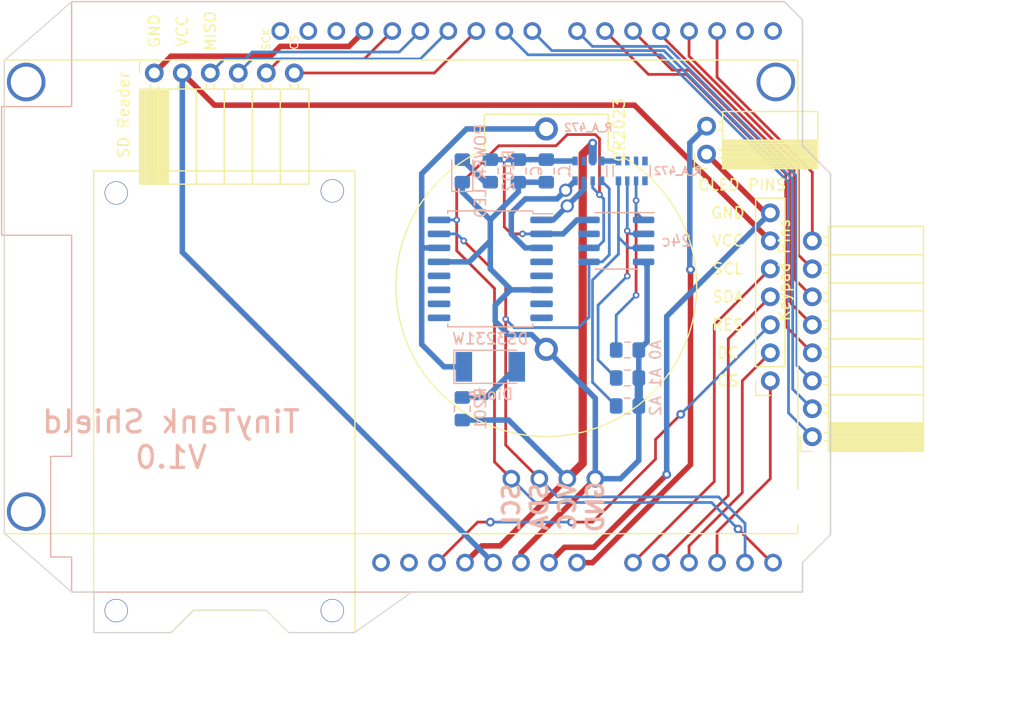
<source format=kicad_pcb>
(kicad_pcb (version 20171130) (host pcbnew "(5.1.6)-1")

  (general
    (thickness 1.6)
    (drawings 26)
    (tracks 256)
    (zones 0)
    (modules 19)
    (nets 1)
  )

  (page A4)
  (layers
    (0 F.Cu signal)
    (31 B.Cu signal)
    (32 B.Adhes user)
    (33 F.Adhes user)
    (34 B.Paste user)
    (35 F.Paste user)
    (36 B.SilkS user)
    (37 F.SilkS user)
    (38 B.Mask user)
    (39 F.Mask user)
    (40 Dwgs.User user)
    (41 Cmts.User user)
    (42 Eco1.User user)
    (43 Eco2.User user)
    (44 Edge.Cuts user)
    (45 Margin user)
    (46 B.CrtYd user)
    (47 F.CrtYd user)
    (48 B.Fab user hide)
    (49 F.Fab user)
  )

  (setup
    (last_trace_width 0.5)
    (user_trace_width 0.5)
    (user_trace_width 0.75)
    (user_trace_width 1)
    (trace_clearance 0.2)
    (zone_clearance 0.508)
    (zone_45_only no)
    (trace_min 0.2)
    (via_size 0.8)
    (via_drill 0.4)
    (via_min_size 0.4)
    (via_min_drill 0.3)
    (user_via 0.6 0.3)
    (user_via 1.6 1)
    (uvia_size 0.3)
    (uvia_drill 0.1)
    (uvias_allowed yes)
    (uvia_min_size 0.2)
    (uvia_min_drill 0.1)
    (edge_width 0.05)
    (segment_width 0.2)
    (pcb_text_width 0.3)
    (pcb_text_size 1.5 1.5)
    (mod_edge_width 0.12)
    (mod_text_size 1 1)
    (mod_text_width 0.15)
    (pad_size 1.7 1.7)
    (pad_drill 1)
    (pad_to_mask_clearance 0.05)
    (aux_axis_origin 0 0)
    (grid_origin 95.25 81.28)
    (visible_elements 7FFFFFFF)
    (pcbplotparams
      (layerselection 0x010fc_ffffffff)
      (usegerberextensions true)
      (usegerberattributes false)
      (usegerberadvancedattributes true)
      (creategerberjobfile true)
      (excludeedgelayer true)
      (linewidth 0.100000)
      (plotframeref false)
      (viasonmask false)
      (mode 1)
      (useauxorigin false)
      (hpglpennumber 1)
      (hpglpenspeed 20)
      (hpglpendiameter 15.000000)
      (psnegative false)
      (psa4output false)
      (plotreference true)
      (plotvalue true)
      (plotinvisibletext false)
      (padsonsilk true)
      (subtractmaskfromsilk false)
      (outputformat 1)
      (mirror false)
      (drillshape 0)
      (scaleselection 1)
      (outputdirectory "Gerber_NoneX2/"))
  )

  (net 0 "")

  (net_class Default "This is the default net class."
    (clearance 0.2)
    (trace_width 0.25)
    (via_dia 0.8)
    (via_drill 0.4)
    (uvia_dia 0.3)
    (uvia_drill 0.1)
  )

  (net_class GND ""
    (clearance 0.2)
    (trace_width 0.25)
    (via_dia 0.8)
    (via_drill 0.4)
    (uvia_dia 0.3)
    (uvia_drill 0.1)
  )

  (module Connector_PinSocket_2.54mm:PinSocket_1x02_P2.54mm_Horizontal (layer F.Cu) (tedit 5F2001ED) (tstamp 5F20612B)
    (at 159.3215 37.846 180)
    (descr "Through hole angled socket strip, 1x02, 2.54mm pitch, 8.51mm socket length, single row (from Kicad 4.0.7), script generated")
    (tags "Through hole angled socket strip THT 1x02 2.54mm single row")
    (fp_text reference "Vin Pins" (at 4.2545 1.397 180) (layer Dwgs.User) hide
      (effects (font (size 1 1) (thickness 0.15)))
    )
    (fp_text value PinSocket_1x02_P2.54mm_Horizontal (at -4.38 5.31) (layer F.Fab)
      (effects (font (size 1 1) (thickness 0.15)))
    )
    (fp_line (start 1.75 4.35) (end 1.75 -1.75) (layer F.CrtYd) (width 0.05))
    (fp_line (start -10.55 4.35) (end 1.75 4.35) (layer F.CrtYd) (width 0.05))
    (fp_line (start -10.55 -1.75) (end -10.55 4.35) (layer F.CrtYd) (width 0.05))
    (fp_line (start 1.75 -1.75) (end -10.55 -1.75) (layer F.CrtYd) (width 0.05))
    (fp_line (start 0 -1.33) (end 1.11 -1.33) (layer F.SilkS) (width 0.12))
    (fp_line (start 1.11 -1.33) (end 1.11 0) (layer F.SilkS) (width 0.12))
    (fp_line (start -10.09 -1.33) (end -10.09 3.87) (layer F.SilkS) (width 0.12))
    (fp_line (start -10.09 3.87) (end -1.46 3.87) (layer F.SilkS) (width 0.12))
    (fp_line (start -1.46 -1.33) (end -1.46 3.87) (layer F.SilkS) (width 0.12))
    (fp_line (start -10.09 -1.33) (end -1.46 -1.33) (layer F.SilkS) (width 0.12))
    (fp_line (start -10.09 1.27) (end -1.46 1.27) (layer F.SilkS) (width 0.12))
    (fp_line (start -1.46 2.9) (end -1.05 2.9) (layer F.SilkS) (width 0.12))
    (fp_line (start -1.46 2.18) (end -1.05 2.18) (layer F.SilkS) (width 0.12))
    (fp_line (start -1.46 0.36) (end -1.11 0.36) (layer F.SilkS) (width 0.12))
    (fp_line (start -1.46 -0.36) (end -1.11 -0.36) (layer F.SilkS) (width 0.12))
    (fp_line (start -10.09 1.1519) (end -1.46 1.1519) (layer F.SilkS) (width 0.12))
    (fp_line (start -10.09 1.033805) (end -1.46 1.033805) (layer F.SilkS) (width 0.12))
    (fp_line (start -10.09 0.91571) (end -1.46 0.91571) (layer F.SilkS) (width 0.12))
    (fp_line (start -10.09 0.797615) (end -1.46 0.797615) (layer F.SilkS) (width 0.12))
    (fp_line (start -10.09 0.67952) (end -1.46 0.67952) (layer F.SilkS) (width 0.12))
    (fp_line (start -10.09 0.561425) (end -1.46 0.561425) (layer F.SilkS) (width 0.12))
    (fp_line (start -10.09 0.44333) (end -1.46 0.44333) (layer F.SilkS) (width 0.12))
    (fp_line (start -10.09 0.325235) (end -1.46 0.325235) (layer F.SilkS) (width 0.12))
    (fp_line (start -10.09 0.20714) (end -1.46 0.20714) (layer F.SilkS) (width 0.12))
    (fp_line (start -10.09 0.089045) (end -1.46 0.089045) (layer F.SilkS) (width 0.12))
    (fp_line (start -10.09 -0.02905) (end -1.46 -0.02905) (layer F.SilkS) (width 0.12))
    (fp_line (start -10.09 -0.147145) (end -1.46 -0.147145) (layer F.SilkS) (width 0.12))
    (fp_line (start -10.09 -0.26524) (end -1.46 -0.26524) (layer F.SilkS) (width 0.12))
    (fp_line (start -10.09 -0.383335) (end -1.46 -0.383335) (layer F.SilkS) (width 0.12))
    (fp_line (start -10.09 -0.50143) (end -1.46 -0.50143) (layer F.SilkS) (width 0.12))
    (fp_line (start -10.09 -0.619525) (end -1.46 -0.619525) (layer F.SilkS) (width 0.12))
    (fp_line (start -10.09 -0.73762) (end -1.46 -0.73762) (layer F.SilkS) (width 0.12))
    (fp_line (start -10.09 -0.855715) (end -1.46 -0.855715) (layer F.SilkS) (width 0.12))
    (fp_line (start -10.09 -0.97381) (end -1.46 -0.97381) (layer F.SilkS) (width 0.12))
    (fp_line (start -10.09 -1.091905) (end -1.46 -1.091905) (layer F.SilkS) (width 0.12))
    (fp_line (start -10.09 -1.21) (end -1.46 -1.21) (layer F.SilkS) (width 0.12))
    (fp_line (start 0 2.84) (end 0 2.24) (layer F.Fab) (width 0.1))
    (fp_line (start -1.52 2.84) (end 0 2.84) (layer F.Fab) (width 0.1))
    (fp_line (start 0 2.24) (end -1.52 2.24) (layer F.Fab) (width 0.1))
    (fp_line (start 0 0.3) (end 0 -0.3) (layer F.Fab) (width 0.1))
    (fp_line (start -1.52 0.3) (end 0 0.3) (layer F.Fab) (width 0.1))
    (fp_line (start 0 -0.3) (end -1.52 -0.3) (layer F.Fab) (width 0.1))
    (fp_line (start -10.03 3.81) (end -10.03 -1.27) (layer F.Fab) (width 0.1))
    (fp_line (start -1.52 3.81) (end -10.03 3.81) (layer F.Fab) (width 0.1))
    (fp_line (start -1.52 -0.3) (end -1.52 3.81) (layer F.Fab) (width 0.1))
    (fp_line (start -2.49 -1.27) (end -1.52 -0.3) (layer F.Fab) (width 0.1))
    (fp_line (start -10.03 -1.27) (end -2.49 -1.27) (layer F.Fab) (width 0.1))
    (fp_text user %R (at -5.775 1.27) (layer F.Fab)
      (effects (font (size 1 1) (thickness 0.15)))
    )
    (pad 2 thru_hole oval (at 0 2.54 180) (size 1.7 1.7) (drill 1) (layers *.Cu *.Mask))
    (pad 1 thru_hole circle (at 0 0 180) (size 1.7 1.7) (drill 1) (layers *.Cu *.Mask))
    (model ${KISYS3DMOD}/Connector_PinSocket_2.54mm.3dshapes/PinSocket_1x02_P2.54mm_Horizontal.wrl
      (at (xyz 0 0 0))
      (scale (xyz 1 1 1))
      (rotate (xyz 0 0 0))
    )
  )

  (module MyFootprints:SSD1309_2.42inch_OLED_ForTinyTank (layer F.Cu) (tedit 5F1F89B4) (tstamp 5F201586)
    (at 165.1 58.42 180)
    (descr "2.42 inch OLED pins and mounting holes")
    (tags "SSD1302 2.42 OLED")
    (fp_text reference "OLED PINS" (at 0 -2.77) (layer F.SilkS) hide
      (effects (font (size 1 1) (thickness 0.15)))
    )
    (fp_text value "OLED PINS" (at 2.54 17.78) (layer F.SilkS)
      (effects (font (size 1 1) (thickness 0.15)))
    )
    (fp_line (start -1.76 17) (end -1.76 -1.8) (layer F.CrtYd) (width 0.05))
    (fp_line (start 1.75 17) (end -1.8 17) (layer F.CrtYd) (width 0.05))
    (fp_line (start 1.75 -1.8) (end 1.75 17) (layer F.CrtYd) (width 0.05))
    (fp_line (start -1.8 -1.8) (end 1.75 -1.8) (layer F.CrtYd) (width 0.05))
    (fp_line (start 0 -1.33) (end 1.33 -1.33) (layer F.SilkS) (width 0.12))
    (fp_line (start 1.33 -1.33) (end 1.33 0) (layer F.SilkS) (width 0.12))
    (fp_line (start 1.33 1.27) (end 1.33 16.57) (layer F.SilkS) (width 0.12))
    (fp_line (start -1.33 16.57) (end 1.33 16.57) (layer F.SilkS) (width 0.12))
    (fp_line (start -1.33 1.27) (end -1.33 16.57) (layer F.SilkS) (width 0.12))
    (fp_line (start -1.33 1.27) (end 1.33 1.27) (layer F.SilkS) (width 0.12))
    (fp_line (start -1.27 16.51) (end -1.27 -1.27) (layer F.Fab) (width 0.1))
    (fp_line (start 1.27 16.51) (end -1.27 16.51) (layer F.Fab) (width 0.1))
    (fp_line (start 1.27 -0.635) (end 1.27 16.51) (layer F.Fab) (width 0.1))
    (fp_line (start 0.635 -1.27) (end 1.27 -0.635) (layer F.Fab) (width 0.1))
    (fp_line (start -1.27 -1.27) (end 0.635 -1.27) (layer F.Fab) (width 0.1))
    (fp_line (start -2.5 -13.88) (end -2.5 29.12) (layer F.SilkS) (width 0.12))
    (fp_line (start -2.5 29.12) (end 69.5 29.12) (layer F.SilkS) (width 0.12))
    (fp_line (start 69.5 29.12) (end 69.5 -13.88) (layer F.SilkS) (width 0.12))
    (fp_line (start 69.5 -13.88) (end -2.5 -13.88) (layer F.SilkS) (width 0.12))
    (fp_text user GND (at 3.85 15.24 180) (layer F.SilkS)
      (effects (font (size 1 1) (thickness 0.15)))
    )
    (fp_text user VCC (at 3.85 12.7 180) (layer F.SilkS)
      (effects (font (size 1 1) (thickness 0.15)))
    )
    (fp_text user SCL (at 3.85 10.16 180) (layer F.SilkS)
      (effects (font (size 1 1) (thickness 0.15)))
    )
    (fp_text user SDA (at 3.85 7.62 180) (layer F.SilkS)
      (effects (font (size 1 1) (thickness 0.15)))
    )
    (fp_text user RES (at 3.85 5.08 180) (layer F.SilkS)
      (effects (font (size 1 1) (thickness 0.15)))
    )
    (fp_text user DC (at 3.85 2.54 180) (layer F.SilkS)
      (effects (font (size 1 1) (thickness 0.15)))
    )
    (fp_text user CS (at 3.85 0 180) (layer F.SilkS)
      (effects (font (size 1 1) (thickness 0.15)))
    )
    (fp_text user %R (at 0 7.62 90) (layer F.Fab)
      (effects (font (size 1 1) (thickness 0.15)))
    )
    (pad "" thru_hole circle (at 67.5 27.12 180) (size 3.5 3.5) (drill 2.8) (layers *.Cu *.Mask))
    (pad "" thru_hole circle (at 67.5 -11.88 180) (size 3.5 3.5) (drill 2.8) (layers *.Cu *.Mask))
    (pad "" thru_hole circle (at -0.5 27.12 180) (size 3.5 3.5) (drill 2.8) (layers *.Cu *.Mask))
    (pad 1 thru_hole circle (at 0 0 180) (size 1.7 1.7) (drill 1) (layers *.Cu *.Mask))
    (pad 2 thru_hole oval (at 0 2.54 180) (size 1.7 1.7) (drill 1) (layers *.Cu *.Mask))
    (pad 3 thru_hole oval (at 0 5.08 180) (size 1.7 1.7) (drill 1) (layers *.Cu *.Mask))
    (pad 4 thru_hole oval (at 0 7.62 180) (size 1.7 1.7) (drill 1) (layers *.Cu *.Mask))
    (pad 5 thru_hole oval (at 0 10.16 180) (size 1.7 1.7) (drill 1) (layers *.Cu *.Mask))
    (pad 6 thru_hole oval (at 0 12.7 180) (size 1.7 1.7) (drill 1) (layers *.Cu *.Mask))
    (pad 7 thru_hole oval (at 0 15.24 180) (size 1.7 1.7) (drill 1) (layers *.Cu *.Mask))
    (model ${KISYS3DMOD}/Connector_PinSocket_2.54mm.3dshapes/PinSocket_1x07_P2.54mm_Vertical.wrl
      (at (xyz 0 0 0))
      (scale (xyz 1 1 1))
      (rotate (xyz 0 0 0))
    )
  )

  (module MyFootprints:Arduino_UNO_R3_WithMountingHoles_ForTinyTank (layer B.Cu) (tedit 5F1FB9E1) (tstamp 5F1FFEBE)
    (at 129.79 74.93)
    (descr "Arduino UNO R3, http://www.mouser.com/pdfdocs/Gravitech_Arduino_Nano3_0.pdf")
    (tags "Arduino UNO R3")
    (fp_text reference "Arduino Pins" (at 1.27 3.81 -180) (layer Dwgs.User)
      (effects (font (size 1 1) (thickness 0.15)) (justify mirror))
    )
    (fp_text value Arduino_UNO_R3_WithMountingHoles_ForTinyTank (at 0 -22.86) (layer B.Fab)
      (effects (font (size 1 1) (thickness 0.15)) (justify mirror))
    )
    (fp_line (start -27.94 2.54) (end 38.1 2.54) (layer B.Fab) (width 0.1))
    (fp_line (start -27.94 -50.8) (end -27.94 2.54) (layer B.Fab) (width 0.1))
    (fp_line (start 36.58 -50.8) (end -27.94 -50.8) (layer B.Fab) (width 0.1))
    (fp_line (start 38.1 -49.28) (end 36.58 -50.8) (layer B.Fab) (width 0.1))
    (fp_line (start 38.1 0) (end 40.64 -2.54) (layer B.Fab) (width 0.1))
    (fp_line (start 38.1 2.54) (end 38.1 0) (layer B.Fab) (width 0.1))
    (fp_line (start 40.64 -35.31) (end 38.1 -37.85) (layer B.Fab) (width 0.1))
    (fp_line (start 40.64 -2.54) (end 40.64 -35.31) (layer B.Fab) (width 0.1))
    (fp_line (start 38.1 -37.85) (end 38.1 -49.28) (layer B.Fab) (width 0.1))
    (fp_line (start -29.84 -9.53) (end -29.84 -0.64) (layer B.Fab) (width 0.1))
    (fp_line (start -16.51 -9.53) (end -29.84 -9.53) (layer B.Fab) (width 0.1))
    (fp_line (start -16.51 -0.64) (end -16.51 -9.53) (layer B.Fab) (width 0.1))
    (fp_line (start -29.84 -0.64) (end -16.51 -0.64) (layer B.Fab) (width 0.1))
    (fp_line (start -34.29 -41.27) (end -34.29 -29.84) (layer B.Fab) (width 0.1))
    (fp_line (start -18.41 -41.27) (end -34.29 -41.27) (layer B.Fab) (width 0.1))
    (fp_line (start -18.41 -29.84) (end -18.41 -41.27) (layer B.Fab) (width 0.1))
    (fp_line (start -34.29 -29.84) (end -18.41 -29.84) (layer B.Fab) (width 0.1))
    (fp_line (start 38.23 -37.85) (end 40.77 -35.31) (layer B.SilkS) (width 0.12))
    (fp_line (start 38.23 -49.28) (end 38.23 -37.85) (layer B.SilkS) (width 0.12))
    (fp_line (start 36.58 -50.93) (end 38.23 -49.28) (layer B.SilkS) (width 0.12))
    (fp_line (start -28.07 -50.93) (end 36.58 -50.93) (layer B.SilkS) (width 0.12))
    (fp_line (start -28.07 -41.4) (end -28.07 -50.93) (layer B.SilkS) (width 0.12))
    (fp_line (start -34.42 -41.4) (end -28.07 -41.4) (layer B.SilkS) (width 0.12))
    (fp_line (start -34.42 -29.72) (end -34.42 -41.4) (layer B.SilkS) (width 0.12))
    (fp_line (start -28.07 -29.72) (end -34.42 -29.72) (layer B.SilkS) (width 0.12))
    (fp_line (start -28.07 -9.65) (end -28.07 -29.72) (layer B.SilkS) (width 0.12))
    (fp_line (start -29.97 -9.65) (end -28.07 -9.65) (layer B.SilkS) (width 0.12))
    (fp_line (start -29.97 -0.51) (end -29.97 -9.65) (layer B.SilkS) (width 0.12))
    (fp_line (start -28.07 -0.51) (end -29.97 -0.51) (layer B.SilkS) (width 0.12))
    (fp_line (start -28.07 2.67) (end -28.07 -0.51) (layer B.SilkS) (width 0.12))
    (fp_line (start 38.23 2.67) (end -28.07 2.67) (layer B.SilkS) (width 0.12))
    (fp_line (start 38.23 0) (end 38.23 2.67) (layer B.SilkS) (width 0.12))
    (fp_line (start 40.77 -2.54) (end 38.23 0) (layer B.SilkS) (width 0.12))
    (fp_line (start 40.77 -35.31) (end 40.77 -2.54) (layer B.SilkS) (width 0.12))
    (fp_line (start -28.19 2.79) (end 38.35 2.79) (layer B.CrtYd) (width 0.05))
    (fp_line (start -28.19 -0.38) (end -28.19 2.79) (layer B.CrtYd) (width 0.05))
    (fp_line (start -30.1 -0.38) (end -28.19 -0.38) (layer B.CrtYd) (width 0.05))
    (fp_line (start -30.1 -9.78) (end -30.1 -0.38) (layer B.CrtYd) (width 0.05))
    (fp_line (start -28.19 -9.78) (end -30.1 -9.78) (layer B.CrtYd) (width 0.05))
    (fp_line (start -28.19 -29.59) (end -28.19 -9.78) (layer B.CrtYd) (width 0.05))
    (fp_line (start -34.54 -29.59) (end -28.19 -29.59) (layer B.CrtYd) (width 0.05))
    (fp_line (start -34.54 -41.53) (end -34.54 -29.59) (layer B.CrtYd) (width 0.05))
    (fp_line (start -28.19 -41.53) (end -34.54 -41.53) (layer B.CrtYd) (width 0.05))
    (fp_line (start -28.19 -51.05) (end -28.19 -41.53) (layer B.CrtYd) (width 0.05))
    (fp_line (start 36.58 -51.05) (end -28.19 -51.05) (layer B.CrtYd) (width 0.05))
    (fp_line (start 38.35 -49.28) (end 36.58 -51.05) (layer B.CrtYd) (width 0.05))
    (fp_line (start 38.35 -37.85) (end 38.35 -49.28) (layer B.CrtYd) (width 0.05))
    (fp_line (start 40.89 -35.31) (end 38.35 -37.85) (layer B.CrtYd) (width 0.05))
    (fp_line (start 40.89 -2.54) (end 40.89 -35.31) (layer B.CrtYd) (width 0.05))
    (fp_line (start 38.35 0) (end 40.89 -2.54) (layer B.CrtYd) (width 0.05))
    (fp_line (start 38.35 2.79) (end 38.35 0) (layer B.CrtYd) (width 0.05))
    (fp_text user %R (at 0 -20.32 -180) (layer B.Fab)
      (effects (font (size 1 1) (thickness 0.15)) (justify mirror))
    )
    (pad "" np_thru_hole circle (at 38.1 -5.08 270) (size 3.2 3.2) (drill 3.2) (layers *.Cu *.Mask))
    (pad "" np_thru_hole circle (at -12.7 -48.26 270) (size 3.2 3.2) (drill 3.2) (layers *.Cu *.Mask))
    (pad "" np_thru_hole circle (at -13.97 0 270) (size 3.2 3.2) (drill 3.2) (layers *.Cu *.Mask))
    (pad 16 thru_hole oval (at 33.02 -48.26 270) (size 1.6 1.6) (drill 1) (layers *.Cu *.Mask))
    (pad 15 thru_hole oval (at 35.56 -48.26 270) (size 1.6 1.6) (drill 1) (layers *.Cu *.Mask))
    (pad 30 thru_hole oval (at -4.06 -48.26 270) (size 1.6 1.6) (drill 1) (layers *.Cu *.Mask))
    (pad 14 thru_hole oval (at 35.56 0 270) (size 1.6 1.6) (drill 1) (layers *.Cu *.Mask))
    (pad 29 thru_hole oval (at -1.52 -48.26 270) (size 1.6 1.6) (drill 1) (layers *.Cu *.Mask))
    (pad 13 thru_hole oval (at 33.02 0 270) (size 1.6 1.6) (drill 1) (layers *.Cu *.Mask))
    (pad 28 thru_hole oval (at 1.02 -48.26 270) (size 1.6 1.6) (drill 1) (layers *.Cu *.Mask))
    (pad 12 thru_hole oval (at 30.48 0 270) (size 1.6 1.6) (drill 1) (layers *.Cu *.Mask))
    (pad 27 thru_hole oval (at 3.56 -48.26 270) (size 1.6 1.6) (drill 1) (layers *.Cu *.Mask))
    (pad 11 thru_hole oval (at 27.94 0 270) (size 1.6 1.6) (drill 1) (layers *.Cu *.Mask))
    (pad 26 thru_hole oval (at 6.1 -48.26 270) (size 1.6 1.6) (drill 1) (layers *.Cu *.Mask))
    (pad 10 thru_hole oval (at 25.4 0 270) (size 1.6 1.6) (drill 1) (layers *.Cu *.Mask))
    (pad 25 thru_hole oval (at 8.64 -48.26 270) (size 1.6 1.6) (drill 1) (layers *.Cu *.Mask))
    (pad 9 thru_hole oval (at 22.86 0 270) (size 1.6 1.6) (drill 1) (layers *.Cu *.Mask))
    (pad 24 thru_hole oval (at 11.18 -48.26 270) (size 1.6 1.6) (drill 1) (layers *.Cu *.Mask))
    (pad 8 thru_hole oval (at 17.78 0 270) (size 1.6 1.6) (drill 1) (layers *.Cu *.Mask))
    (pad 23 thru_hole oval (at 13.72 -48.26 270) (size 1.6 1.6) (drill 1) (layers *.Cu *.Mask))
    (pad 7 thru_hole oval (at 15.24 0 270) (size 1.6 1.6) (drill 1) (layers *.Cu *.Mask))
    (pad 22 thru_hole oval (at 17.78 -48.26 270) (size 1.6 1.6) (drill 1) (layers *.Cu *.Mask))
    (pad 6 thru_hole oval (at 12.7 0 270) (size 1.6 1.6) (drill 1) (layers *.Cu *.Mask))
    (pad 21 thru_hole oval (at 20.32 -48.26 270) (size 1.6 1.6) (drill 1) (layers *.Cu *.Mask))
    (pad 5 thru_hole oval (at 10.16 0 270) (size 1.6 1.6) (drill 1) (layers *.Cu *.Mask))
    (pad 20 thru_hole oval (at 22.86 -48.26 270) (size 1.6 1.6) (drill 1) (layers *.Cu *.Mask))
    (pad 4 thru_hole oval (at 7.62 0 270) (size 1.6 1.6) (drill 1) (layers *.Cu *.Mask))
    (pad 19 thru_hole oval (at 25.4 -48.26 270) (size 1.6 1.6) (drill 1) (layers *.Cu *.Mask))
    (pad 3 thru_hole oval (at 5.08 0 270) (size 1.6 1.6) (drill 1) (layers *.Cu *.Mask))
    (pad 18 thru_hole oval (at 27.94 -48.26 270) (size 1.6 1.6) (drill 1) (layers *.Cu *.Mask))
    (pad 2 thru_hole oval (at 2.54 0 270) (size 1.6 1.6) (drill 1) (layers *.Cu *.Mask))
    (pad 17 thru_hole oval (at 30.48 -48.26 270) (size 1.6 1.6) (drill 1) (layers *.Cu *.Mask))
    (pad 1 thru_hole circle (at 0 0 270) (size 1.6 1.6) (drill 1) (layers *.Cu *.Mask))
    (pad 31 thru_hole oval (at -6.6 -48.26 270) (size 1.6 1.6) (drill 1) (layers *.Cu *.Mask))
    (pad 32 thru_hole oval (at -9.14 -48.26 270) (size 1.6 1.6) (drill 1) (layers *.Cu *.Mask))
    (model ${KISYS3DMOD}/Module.3dshapes/Arduino_UNO_R3_WithMountingHoles.wrl
      (at (xyz 0 0 0))
      (scale (xyz 1 1 1))
      (rotate (xyz 0 0 0))
    )
  )

  (module Battery:BatteryHolder_ComfortableElectronic_CH273-2450_1x2450 (layer F.Cu) (tedit 5F13B05D) (tstamp 5F1475C0)
    (at 144.78 35.56 270)
    (descr "Comfortable Electronic CR2450 battery holder, http://www.comf.com.tw/ProductDetail.asp?no=148")
    (tags "Comfortable Electronic CR2450")
    (fp_text reference CR2023 (at 0.1 -6.62 90) (layer F.SilkS)
      (effects (font (size 1 1) (thickness 0.15)))
    )
    (fp_text value BatteryHolder_ComfortableElectronic_CH273-2450_1x2450 (at 13.47 2.54 90) (layer F.Fab)
      (effects (font (size 1 1) (thickness 0.15)))
    )
    (fp_line (start -1.22 -5.5) (end 1.95 -5.5) (layer F.Fab) (width 0.1))
    (fp_line (start -1.22 5.5) (end -1.22 -5.5) (layer F.Fab) (width 0.1))
    (fp_line (start 1.95 5.5) (end -1.22 5.5) (layer F.Fab) (width 0.1))
    (fp_line (start -1.47 -5.75) (end 1.77 -5.75) (layer F.CrtYd) (width 0.05))
    (fp_line (start -1.47 5.75) (end -1.47 -5.75) (layer F.CrtYd) (width 0.05))
    (fp_line (start 1.77 5.75) (end -1.47 5.75) (layer F.CrtYd) (width 0.05))
    (fp_line (start -1.33 -5.61) (end 1.845 -5.61) (layer F.SilkS) (width 0.12))
    (fp_line (start -1.33 5.61) (end -1.33 -5.61) (layer F.SilkS) (width 0.12))
    (fp_line (start 1.845 5.61) (end -1.33 5.61) (layer F.SilkS) (width 0.12))
    (fp_arc (start 14.28 0) (end 1.77 -5.75) (angle 310.6299215) (layer F.CrtYd) (width 0.05))
    (fp_arc (start 14.28 0) (end 1.845 -5.61) (angle 311.4353527) (layer F.SilkS) (width 0.12))
    (fp_arc (start 14.28 0) (end 1.95 -5.5) (angle 311.9199008) (layer F.Fab) (width 0.1))
    (fp_text user %R (at 14 0 90) (layer F.Fab)
      (effects (font (size 1 1) (thickness 0.1)))
    )
    (pad 2 thru_hole circle (at 20 0 180) (size 2.1 2.1) (drill 1.3) (layers *.Cu *.Mask))
    (pad 1 thru_hole circle (at 0 0 180) (size 2.1 2.1) (drill 1.3) (layers *.Cu *.Mask))
    (model ${KISYS3DMOD}/Battery.3dshapes/BatteryHolder_ComfortableElectronic_CH273-2450_1x2450.wrl
      (at (xyz 0 0 0))
      (scale (xyz 1 1 1))
      (rotate (xyz 0 0 0))
    )
  )

  (module Capacitor_SMD:C_0805_2012Metric_Pad1.15x1.40mm_HandSolder (layer B.Cu) (tedit 5B36C52B) (tstamp 5F1463AA)
    (at 152.146 60.706)
    (descr "Capacitor SMD 0805 (2012 Metric), square (rectangular) end terminal, IPC_7351 nominal with elongated pad for handsoldering. (Body size source: https://docs.google.com/spreadsheets/d/1BsfQQcO9C6DZCsRaXUlFlo91Tg2WpOkGARC1WS5S8t0/edit?usp=sharing), generated with kicad-footprint-generator")
    (tags "capacitor handsolder")
    (attr smd)
    (fp_text reference A2 (at 2.54 0 -90) (layer B.SilkS)
      (effects (font (size 1 1) (thickness 0.15)) (justify mirror))
    )
    (fp_text value C_0805_2012Metric_Pad1.15x1.40mm_HandSolder (at 0 -1.65) (layer B.Fab)
      (effects (font (size 1 1) (thickness 0.15)) (justify mirror))
    )
    (fp_line (start 1.85 -0.95) (end -1.85 -0.95) (layer B.CrtYd) (width 0.05))
    (fp_line (start 1.85 0.95) (end 1.85 -0.95) (layer B.CrtYd) (width 0.05))
    (fp_line (start -1.85 0.95) (end 1.85 0.95) (layer B.CrtYd) (width 0.05))
    (fp_line (start -1.85 -0.95) (end -1.85 0.95) (layer B.CrtYd) (width 0.05))
    (fp_line (start -0.261252 -0.71) (end 0.261252 -0.71) (layer B.SilkS) (width 0.12))
    (fp_line (start -0.261252 0.71) (end 0.261252 0.71) (layer B.SilkS) (width 0.12))
    (fp_line (start 1 -0.6) (end -1 -0.6) (layer B.Fab) (width 0.1))
    (fp_line (start 1 0.6) (end 1 -0.6) (layer B.Fab) (width 0.1))
    (fp_line (start -1 0.6) (end 1 0.6) (layer B.Fab) (width 0.1))
    (fp_line (start -1 -0.6) (end -1 0.6) (layer B.Fab) (width 0.1))
    (fp_text user %R (at 0 0) (layer B.Fab)
      (effects (font (size 0.5 0.5) (thickness 0.08)) (justify mirror))
    )
    (pad 1 smd roundrect (at -1.025 0) (size 1.15 1.4) (layers B.Cu B.Paste B.Mask) (roundrect_rratio 0.217391))
    (pad 2 smd roundrect (at 1.025 0) (size 1.15 1.4) (layers B.Cu B.Paste B.Mask) (roundrect_rratio 0.217391))
    (model ${KISYS3DMOD}/Capacitor_SMD.3dshapes/C_0805_2012Metric.wrl
      (at (xyz 0 0 0))
      (scale (xyz 1 1 1))
      (rotate (xyz 0 0 0))
    )
  )

  (module Capacitor_SMD:C_0805_2012Metric_Pad1.15x1.40mm_HandSolder (layer B.Cu) (tedit 5B36C52B) (tstamp 5F1463AA)
    (at 152.146 58.166)
    (descr "Capacitor SMD 0805 (2012 Metric), square (rectangular) end terminal, IPC_7351 nominal with elongated pad for handsoldering. (Body size source: https://docs.google.com/spreadsheets/d/1BsfQQcO9C6DZCsRaXUlFlo91Tg2WpOkGARC1WS5S8t0/edit?usp=sharing), generated with kicad-footprint-generator")
    (tags "capacitor handsolder")
    (attr smd)
    (fp_text reference A1 (at 2.54 0 -90) (layer B.SilkS)
      (effects (font (size 1 1) (thickness 0.15)) (justify mirror))
    )
    (fp_text value C_0805_2012Metric_Pad1.15x1.40mm_HandSolder (at 0 -1.65) (layer B.Fab)
      (effects (font (size 1 1) (thickness 0.15)) (justify mirror))
    )
    (fp_line (start 1.85 -0.95) (end -1.85 -0.95) (layer B.CrtYd) (width 0.05))
    (fp_line (start 1.85 0.95) (end 1.85 -0.95) (layer B.CrtYd) (width 0.05))
    (fp_line (start -1.85 0.95) (end 1.85 0.95) (layer B.CrtYd) (width 0.05))
    (fp_line (start -1.85 -0.95) (end -1.85 0.95) (layer B.CrtYd) (width 0.05))
    (fp_line (start -0.261252 -0.71) (end 0.261252 -0.71) (layer B.SilkS) (width 0.12))
    (fp_line (start -0.261252 0.71) (end 0.261252 0.71) (layer B.SilkS) (width 0.12))
    (fp_line (start 1 -0.6) (end -1 -0.6) (layer B.Fab) (width 0.1))
    (fp_line (start 1 0.6) (end 1 -0.6) (layer B.Fab) (width 0.1))
    (fp_line (start -1 0.6) (end 1 0.6) (layer B.Fab) (width 0.1))
    (fp_line (start -1 -0.6) (end -1 0.6) (layer B.Fab) (width 0.1))
    (fp_text user %R (at 0 0) (layer B.Fab)
      (effects (font (size 0.5 0.5) (thickness 0.08)) (justify mirror))
    )
    (pad 1 smd roundrect (at -1.025 0) (size 1.15 1.4) (layers B.Cu B.Paste B.Mask) (roundrect_rratio 0.217391))
    (pad 2 smd roundrect (at 1.025 0) (size 1.15 1.4) (layers B.Cu B.Paste B.Mask) (roundrect_rratio 0.217391))
    (model ${KISYS3DMOD}/Capacitor_SMD.3dshapes/C_0805_2012Metric.wrl
      (at (xyz 0 0 0))
      (scale (xyz 1 1 1))
      (rotate (xyz 0 0 0))
    )
  )

  (module Capacitor_SMD:C_0805_2012Metric_Pad1.15x1.40mm_HandSolder (layer B.Cu) (tedit 5B36C52B) (tstamp 5F1463AA)
    (at 152.146 55.626)
    (descr "Capacitor SMD 0805 (2012 Metric), square (rectangular) end terminal, IPC_7351 nominal with elongated pad for handsoldering. (Body size source: https://docs.google.com/spreadsheets/d/1BsfQQcO9C6DZCsRaXUlFlo91Tg2WpOkGARC1WS5S8t0/edit?usp=sharing), generated with kicad-footprint-generator")
    (tags "capacitor handsolder")
    (attr smd)
    (fp_text reference A0 (at 2.54 0 -90) (layer B.SilkS)
      (effects (font (size 1 1) (thickness 0.15)) (justify mirror))
    )
    (fp_text value C_0805_2012Metric_Pad1.15x1.40mm_HandSolder (at 0 -1.65) (layer B.Fab)
      (effects (font (size 1 1) (thickness 0.15)) (justify mirror))
    )
    (fp_line (start 1.85 -0.95) (end -1.85 -0.95) (layer B.CrtYd) (width 0.05))
    (fp_line (start 1.85 0.95) (end 1.85 -0.95) (layer B.CrtYd) (width 0.05))
    (fp_line (start -1.85 0.95) (end 1.85 0.95) (layer B.CrtYd) (width 0.05))
    (fp_line (start -1.85 -0.95) (end -1.85 0.95) (layer B.CrtYd) (width 0.05))
    (fp_line (start -0.261252 -0.71) (end 0.261252 -0.71) (layer B.SilkS) (width 0.12))
    (fp_line (start -0.261252 0.71) (end 0.261252 0.71) (layer B.SilkS) (width 0.12))
    (fp_line (start 1 -0.6) (end -1 -0.6) (layer B.Fab) (width 0.1))
    (fp_line (start 1 0.6) (end 1 -0.6) (layer B.Fab) (width 0.1))
    (fp_line (start -1 0.6) (end 1 0.6) (layer B.Fab) (width 0.1))
    (fp_line (start -1 -0.6) (end -1 0.6) (layer B.Fab) (width 0.1))
    (fp_text user %R (at 0 0) (layer B.Fab)
      (effects (font (size 0.5 0.5) (thickness 0.08)) (justify mirror))
    )
    (pad 1 smd roundrect (at -1.025 0) (size 1.15 1.4) (layers B.Cu B.Paste B.Mask) (roundrect_rratio 0.217391))
    (pad 2 smd roundrect (at 1.025 0) (size 1.15 1.4) (layers B.Cu B.Paste B.Mask) (roundrect_rratio 0.217391))
    (model ${KISYS3DMOD}/Capacitor_SMD.3dshapes/C_0805_2012Metric.wrl
      (at (xyz 0 0 0))
      (scale (xyz 1 1 1))
      (rotate (xyz 0 0 0))
    )
  )

  (module Resistor_SMD:R_Array_Convex_4x0603 (layer B.Cu) (tedit 58E0A8B2) (tstamp 5F145E7E)
    (at 152.527 39.37 90)
    (descr "Chip Resistor Network, ROHM MNR14 (see mnr_g.pdf)")
    (tags "resistor array")
    (attr smd)
    (fp_text reference R_A_472 (at 0 4.191 180) (layer B.SilkS)
      (effects (font (size 0.7 0.7) (thickness 0.15)) (justify mirror))
    )
    (fp_text value R_Array_Convex_4x0603 (at 0 -2.8 90) (layer B.Fab)
      (effects (font (size 1 1) (thickness 0.15)) (justify mirror))
    )
    (fp_line (start -0.8 1.6) (end 0.8 1.6) (layer B.Fab) (width 0.1))
    (fp_line (start 0.8 1.6) (end 0.8 -1.6) (layer B.Fab) (width 0.1))
    (fp_line (start 0.8 -1.6) (end -0.8 -1.6) (layer B.Fab) (width 0.1))
    (fp_line (start -0.8 -1.6) (end -0.8 1.6) (layer B.Fab) (width 0.1))
    (fp_line (start 0.5 -1.68) (end -0.5 -1.68) (layer B.SilkS) (width 0.12))
    (fp_line (start 0.5 1.68) (end -0.5 1.68) (layer B.SilkS) (width 0.12))
    (fp_line (start -1.55 1.85) (end 1.55 1.85) (layer B.CrtYd) (width 0.05))
    (fp_line (start -1.55 1.85) (end -1.55 -1.85) (layer B.CrtYd) (width 0.05))
    (fp_line (start 1.55 -1.85) (end 1.55 1.85) (layer B.CrtYd) (width 0.05))
    (fp_line (start 1.55 -1.85) (end -1.55 -1.85) (layer B.CrtYd) (width 0.05))
    (fp_text user %R (at 0 0 180) (layer B.Fab)
      (effects (font (size 0.5 0.5) (thickness 0.075)) (justify mirror))
    )
    (pad 1 smd rect (at -0.9 1.2 90) (size 0.8 0.5) (layers B.Cu B.Paste B.Mask))
    (pad 3 smd rect (at -0.9 -0.4 90) (size 0.8 0.4) (layers B.Cu B.Paste B.Mask))
    (pad 2 smd rect (at -0.9 0.4 90) (size 0.8 0.4) (layers B.Cu B.Paste B.Mask))
    (pad 4 smd rect (at -0.9 -1.2 90) (size 0.8 0.5) (layers B.Cu B.Paste B.Mask))
    (pad 7 smd rect (at 0.9 0.4 90) (size 0.8 0.4) (layers B.Cu B.Paste B.Mask))
    (pad 8 smd rect (at 0.9 1.2 90) (size 0.8 0.5) (layers B.Cu B.Paste B.Mask))
    (pad 6 smd rect (at 0.9 -0.4 90) (size 0.8 0.4) (layers B.Cu B.Paste B.Mask))
    (pad 5 smd rect (at 0.9 -1.2 90) (size 0.8 0.5) (layers B.Cu B.Paste B.Mask))
    (model ${KISYS3DMOD}/Resistor_SMD.3dshapes/R_Array_Convex_4x0603.wrl
      (at (xyz 0 0 0))
      (scale (xyz 1 1 1))
      (rotate (xyz 0 0 0))
    )
  )

  (module Resistor_SMD:R_Array_Convex_4x0603 (layer B.Cu) (tedit 58E0A8B2) (tstamp 5F145E79)
    (at 148.59 39.37 90)
    (descr "Chip Resistor Network, ROHM MNR14 (see mnr_g.pdf)")
    (tags "resistor array")
    (attr smd)
    (fp_text reference R_A_472 (at 3.937 0 180) (layer B.SilkS)
      (effects (font (size 0.7 0.7) (thickness 0.15)) (justify mirror))
    )
    (fp_text value R_Array_Convex_4x0603 (at 0 -2.8 90) (layer B.Fab)
      (effects (font (size 1 1) (thickness 0.15)) (justify mirror))
    )
    (fp_line (start -0.8 1.6) (end 0.8 1.6) (layer B.Fab) (width 0.1))
    (fp_line (start 0.8 1.6) (end 0.8 -1.6) (layer B.Fab) (width 0.1))
    (fp_line (start 0.8 -1.6) (end -0.8 -1.6) (layer B.Fab) (width 0.1))
    (fp_line (start -0.8 -1.6) (end -0.8 1.6) (layer B.Fab) (width 0.1))
    (fp_line (start 0.5 -1.68) (end -0.5 -1.68) (layer B.SilkS) (width 0.12))
    (fp_line (start 0.5 1.68) (end -0.5 1.68) (layer B.SilkS) (width 0.12))
    (fp_line (start -1.55 1.85) (end 1.55 1.85) (layer B.CrtYd) (width 0.05))
    (fp_line (start -1.55 1.85) (end -1.55 -1.85) (layer B.CrtYd) (width 0.05))
    (fp_line (start 1.55 -1.85) (end 1.55 1.85) (layer B.CrtYd) (width 0.05))
    (fp_line (start 1.55 -1.85) (end -1.55 -1.85) (layer B.CrtYd) (width 0.05))
    (fp_text user %R (at 0 0 180) (layer B.Fab)
      (effects (font (size 0.5 0.5) (thickness 0.075)) (justify mirror))
    )
    (pad 5 smd rect (at 0.9 -1.2 90) (size 0.8 0.5) (layers B.Cu B.Paste B.Mask))
    (pad 6 smd rect (at 0.9 -0.4 90) (size 0.8 0.4) (layers B.Cu B.Paste B.Mask))
    (pad 8 smd rect (at 0.9 1.2 90) (size 0.8 0.5) (layers B.Cu B.Paste B.Mask))
    (pad 7 smd rect (at 0.9 0.4 90) (size 0.8 0.4) (layers B.Cu B.Paste B.Mask))
    (pad 4 smd rect (at -0.9 -1.2 90) (size 0.8 0.5) (layers B.Cu B.Paste B.Mask))
    (pad 2 smd rect (at -0.9 0.4 90) (size 0.8 0.4) (layers B.Cu B.Paste B.Mask))
    (pad 3 smd rect (at -0.9 -0.4 90) (size 0.8 0.4) (layers B.Cu B.Paste B.Mask))
    (pad 1 smd rect (at -0.9 1.2 90) (size 0.8 0.5) (layers B.Cu B.Paste B.Mask))
    (model ${KISYS3DMOD}/Resistor_SMD.3dshapes/R_Array_Convex_4x0603.wrl
      (at (xyz 0 0 0))
      (scale (xyz 1 1 1))
      (rotate (xyz 0 0 0))
    )
  )

  (module Resistor_SMD:R_0805_2012Metric_Pad1.15x1.40mm_HandSolder (layer B.Cu) (tedit 5B36C52B) (tstamp 5F145617)
    (at 137.16 60.96 90)
    (descr "Resistor SMD 0805 (2012 Metric), square (rectangular) end terminal, IPC_7351 nominal with elongated pad for handsoldering. (Body size source: https://docs.google.com/spreadsheets/d/1BsfQQcO9C6DZCsRaXUlFlo91Tg2WpOkGARC1WS5S8t0/edit?usp=sharing), generated with kicad-footprint-generator")
    (tags "resistor handsolder")
    (attr smd)
    (fp_text reference R201 (at 0 1.65 90) (layer B.SilkS)
      (effects (font (size 1 1) (thickness 0.15)) (justify mirror))
    )
    (fp_text value R_0805_2012Metric_Pad1.15x1.40mm_HandSolder (at 0 -1.65 90) (layer B.Fab)
      (effects (font (size 1 1) (thickness 0.15)) (justify mirror))
    )
    (fp_line (start 1.85 -0.95) (end -1.85 -0.95) (layer B.CrtYd) (width 0.05))
    (fp_line (start 1.85 0.95) (end 1.85 -0.95) (layer B.CrtYd) (width 0.05))
    (fp_line (start -1.85 0.95) (end 1.85 0.95) (layer B.CrtYd) (width 0.05))
    (fp_line (start -1.85 -0.95) (end -1.85 0.95) (layer B.CrtYd) (width 0.05))
    (fp_line (start -0.261252 -0.71) (end 0.261252 -0.71) (layer B.SilkS) (width 0.12))
    (fp_line (start -0.261252 0.71) (end 0.261252 0.71) (layer B.SilkS) (width 0.12))
    (fp_line (start 1 -0.6) (end -1 -0.6) (layer B.Fab) (width 0.1))
    (fp_line (start 1 0.6) (end 1 -0.6) (layer B.Fab) (width 0.1))
    (fp_line (start -1 0.6) (end 1 0.6) (layer B.Fab) (width 0.1))
    (fp_line (start -1 -0.6) (end -1 0.6) (layer B.Fab) (width 0.1))
    (fp_text user %R (at 0 0 90) (layer B.Fab)
      (effects (font (size 0.5 0.5) (thickness 0.08)) (justify mirror))
    )
    (pad 1 smd roundrect (at -1.025 0 90) (size 1.15 1.4) (layers B.Cu B.Paste B.Mask) (roundrect_rratio 0.217391))
    (pad 2 smd roundrect (at 1.025 0 90) (size 1.15 1.4) (layers B.Cu B.Paste B.Mask) (roundrect_rratio 0.217391))
    (model ${KISYS3DMOD}/Resistor_SMD.3dshapes/R_0805_2012Metric.wrl
      (at (xyz 0 0 0))
      (scale (xyz 1 1 1))
      (rotate (xyz 0 0 0))
    )
  )

  (module Diode_SMD:D_MELF (layer B.Cu) (tedit 5905D864) (tstamp 5F1453BE)
    (at 139.7 57.15)
    (descr "Diode, MELF,,")
    (tags "Diode MELF ")
    (attr smd)
    (fp_text reference Diode (at 0 2.5) (layer B.SilkS)
      (effects (font (size 1 1) (thickness 0.15)) (justify mirror))
    )
    (fp_text value D_MELF (at -0.25 -2.5) (layer B.Fab)
      (effects (font (size 1 1) (thickness 0.15)) (justify mirror))
    )
    (fp_line (start 2.4 1.5) (end -3.3 1.5) (layer B.SilkS) (width 0.12))
    (fp_line (start -3.3 1.5) (end -3.3 -1.5) (layer B.SilkS) (width 0.12))
    (fp_line (start -3.3 -1.5) (end 2.4 -1.5) (layer B.SilkS) (width 0.12))
    (fp_line (start 2.6 1.3) (end -2.6 1.3) (layer B.Fab) (width 0.1))
    (fp_line (start -2.6 1.3) (end -2.6 -1.3) (layer B.Fab) (width 0.1))
    (fp_line (start -2.6 -1.3) (end 2.6 -1.3) (layer B.Fab) (width 0.1))
    (fp_line (start 2.6 -1.3) (end 2.6 1.3) (layer B.Fab) (width 0.1))
    (fp_line (start -0.64944 -0.00102) (end -1.55114 -0.00102) (layer B.Fab) (width 0.1))
    (fp_line (start 0.50118 -0.00102) (end 1.4994 -0.00102) (layer B.Fab) (width 0.1))
    (fp_line (start -0.64944 0.79908) (end -0.64944 -0.80112) (layer B.Fab) (width 0.1))
    (fp_line (start 0.50118 -0.75032) (end 0.50118 0.79908) (layer B.Fab) (width 0.1))
    (fp_line (start -0.64944 -0.00102) (end 0.50118 -0.75032) (layer B.Fab) (width 0.1))
    (fp_line (start -0.64944 -0.00102) (end 0.50118 0.79908) (layer B.Fab) (width 0.1))
    (fp_line (start -3.4 1.6) (end 3.4 1.6) (layer B.CrtYd) (width 0.05))
    (fp_line (start 3.4 1.6) (end 3.4 -1.6) (layer B.CrtYd) (width 0.05))
    (fp_line (start 3.4 -1.6) (end -3.4 -1.6) (layer B.CrtYd) (width 0.05))
    (fp_line (start -3.4 -1.6) (end -3.4 1.6) (layer B.CrtYd) (width 0.05))
    (fp_text user %R (at 0 2.5) (layer B.Fab)
      (effects (font (size 1 1) (thickness 0.15)) (justify mirror))
    )
    (pad 2 smd rect (at 2.4 0) (size 1.5 2.7) (layers B.Cu B.Paste B.Mask))
    (pad 1 smd rect (at -2.4 0) (size 1.5 2.7) (layers B.Cu B.Paste B.Mask))
    (model ${KISYS3DMOD}/Diode_SMD.3dshapes/D_MELF.wrl
      (at (xyz 0 0 0))
      (scale (xyz 1 1 1))
      (rotate (xyz 0 0 0))
    )
  )

  (module Package_SO:SOIC-8_3.9x4.9mm_P1.27mm (layer B.Cu) (tedit 5D9F72B1) (tstamp 5F142C49)
    (at 151.13 45.72 180)
    (descr "SOIC, 8 Pin (JEDEC MS-012AA, https://www.analog.com/media/en/package-pcb-resources/package/pkg_pdf/soic_narrow-r/r_8.pdf), generated with kicad-footprint-generator ipc_gullwing_generator.py")
    (tags "SOIC SO")
    (attr smd)
    (fp_text reference 24c (at -5.461 0 180) (layer B.SilkS)
      (effects (font (size 1 1) (thickness 0.15)) (justify mirror))
    )
    (fp_text value SOIC-8_3.9x4.9mm_P1.27mm (at 0 -3.4 180) (layer B.Fab)
      (effects (font (size 1 1) (thickness 0.15)) (justify mirror))
    )
    (fp_line (start 0 -2.56) (end 1.95 -2.56) (layer B.SilkS) (width 0.12))
    (fp_line (start 0 -2.56) (end -1.95 -2.56) (layer B.SilkS) (width 0.12))
    (fp_line (start 0 2.56) (end 1.95 2.56) (layer B.SilkS) (width 0.12))
    (fp_line (start 0 2.56) (end -3.45 2.56) (layer B.SilkS) (width 0.12))
    (fp_line (start -0.975 2.45) (end 1.95 2.45) (layer B.Fab) (width 0.1))
    (fp_line (start 1.95 2.45) (end 1.95 -2.45) (layer B.Fab) (width 0.1))
    (fp_line (start 1.95 -2.45) (end -1.95 -2.45) (layer B.Fab) (width 0.1))
    (fp_line (start -1.95 -2.45) (end -1.95 1.475) (layer B.Fab) (width 0.1))
    (fp_line (start -1.95 1.475) (end -0.975 2.45) (layer B.Fab) (width 0.1))
    (fp_line (start -3.7 2.7) (end -3.7 -2.7) (layer B.CrtYd) (width 0.05))
    (fp_line (start -3.7 -2.7) (end 3.7 -2.7) (layer B.CrtYd) (width 0.05))
    (fp_line (start 3.7 -2.7) (end 3.7 2.7) (layer B.CrtYd) (width 0.05))
    (fp_line (start 3.7 2.7) (end -3.7 2.7) (layer B.CrtYd) (width 0.05))
    (fp_text user %R (at 0 0 180) (layer B.Fab)
      (effects (font (size 0.98 0.98) (thickness 0.15)) (justify mirror))
    )
    (pad 8 smd roundrect (at 2.475 1.905 180) (size 1.95 0.6) (layers B.Cu B.Paste B.Mask) (roundrect_rratio 0.25))
    (pad 7 smd roundrect (at 2.475 0.635 180) (size 1.95 0.6) (layers B.Cu B.Paste B.Mask) (roundrect_rratio 0.25))
    (pad 6 smd roundrect (at 2.475 -0.635 180) (size 1.95 0.6) (layers B.Cu B.Paste B.Mask) (roundrect_rratio 0.25))
    (pad 5 smd roundrect (at 2.475 -1.905 180) (size 1.95 0.6) (layers B.Cu B.Paste B.Mask) (roundrect_rratio 0.25))
    (pad 4 smd roundrect (at -2.475 -1.905 180) (size 1.95 0.6) (layers B.Cu B.Paste B.Mask) (roundrect_rratio 0.25))
    (pad 3 smd roundrect (at -2.475 -0.635 180) (size 1.95 0.6) (layers B.Cu B.Paste B.Mask) (roundrect_rratio 0.25))
    (pad 2 smd roundrect (at -2.475 0.635 180) (size 1.95 0.6) (layers B.Cu B.Paste B.Mask) (roundrect_rratio 0.25))
    (pad 1 smd roundrect (at -2.475 1.905 180) (size 1.95 0.6) (layers B.Cu B.Paste B.Mask) (roundrect_rratio 0.25))
    (model ${KISYS3DMOD}/Package_SO.3dshapes/SOIC-8_3.9x4.9mm_P1.27mm.wrl
      (at (xyz 0 0 0))
      (scale (xyz 1 1 1))
      (rotate (xyz 0 0 0))
    )
  )

  (module Package_SO:SOIC-16W_7.5x10.3mm_P1.27mm (layer B.Cu) (tedit 5D9F72B1) (tstamp 5F141F7F)
    (at 139.7 48.26 180)
    (descr "SOIC, 16 Pin (JEDEC MS-013AA, https://www.analog.com/media/en/package-pcb-resources/package/pkg_pdf/soic_wide-rw/rw_16.pdf), generated with kicad-footprint-generator ipc_gullwing_generator.py")
    (tags "SOIC SO")
    (attr smd)
    (fp_text reference DS3231W (at 0 -6.35 180) (layer B.SilkS)
      (effects (font (size 1 1) (thickness 0.15)) (justify mirror))
    )
    (fp_text value SOIC-16W_7.5x10.3mm_P1.27mm (at 0 -6.1 180) (layer B.Fab)
      (effects (font (size 1 1) (thickness 0.15)) (justify mirror))
    )
    (fp_line (start 0 -5.26) (end 3.86 -5.26) (layer B.SilkS) (width 0.12))
    (fp_line (start 3.86 -5.26) (end 3.86 -5.005) (layer B.SilkS) (width 0.12))
    (fp_line (start 0 -5.26) (end -3.86 -5.26) (layer B.SilkS) (width 0.12))
    (fp_line (start -3.86 -5.26) (end -3.86 -5.005) (layer B.SilkS) (width 0.12))
    (fp_line (start 0 5.26) (end 3.86 5.26) (layer B.SilkS) (width 0.12))
    (fp_line (start 3.86 5.26) (end 3.86 5.005) (layer B.SilkS) (width 0.12))
    (fp_line (start 0 5.26) (end -3.86 5.26) (layer B.SilkS) (width 0.12))
    (fp_line (start -3.86 5.26) (end -3.86 5.005) (layer B.SilkS) (width 0.12))
    (fp_line (start -3.86 5.005) (end -5.675 5.005) (layer B.SilkS) (width 0.12))
    (fp_line (start -2.75 5.15) (end 3.75 5.15) (layer B.Fab) (width 0.1))
    (fp_line (start 3.75 5.15) (end 3.75 -5.15) (layer B.Fab) (width 0.1))
    (fp_line (start 3.75 -5.15) (end -3.75 -5.15) (layer B.Fab) (width 0.1))
    (fp_line (start -3.75 -5.15) (end -3.75 4.15) (layer B.Fab) (width 0.1))
    (fp_line (start -3.75 4.15) (end -2.75 5.15) (layer B.Fab) (width 0.1))
    (fp_line (start -5.93 5.4) (end -5.93 -5.4) (layer B.CrtYd) (width 0.05))
    (fp_line (start -5.93 -5.4) (end 5.93 -5.4) (layer B.CrtYd) (width 0.05))
    (fp_line (start 5.93 -5.4) (end 5.93 5.4) (layer B.CrtYd) (width 0.05))
    (fp_line (start 5.93 5.4) (end -5.93 5.4) (layer B.CrtYd) (width 0.05))
    (fp_text user %R (at 0 0 180) (layer B.Fab)
      (effects (font (size 1 1) (thickness 0.15)) (justify mirror))
    )
    (pad 16 smd roundrect (at 4.65 4.445 180) (size 2.05 0.6) (layers B.Cu B.Paste B.Mask) (roundrect_rratio 0.25))
    (pad 15 smd roundrect (at 4.65 3.175 180) (size 2.05 0.6) (layers B.Cu B.Paste B.Mask) (roundrect_rratio 0.25))
    (pad 14 smd roundrect (at 4.65 1.905 180) (size 2.05 0.6) (layers B.Cu B.Paste B.Mask) (roundrect_rratio 0.25))
    (pad 13 smd roundrect (at 4.65 0.635 180) (size 2.05 0.6) (layers B.Cu B.Paste B.Mask) (roundrect_rratio 0.25))
    (pad 12 smd roundrect (at 4.65 -0.635 180) (size 2.05 0.6) (layers B.Cu B.Paste B.Mask) (roundrect_rratio 0.25))
    (pad 11 smd roundrect (at 4.65 -1.905 180) (size 2.05 0.6) (layers B.Cu B.Paste B.Mask) (roundrect_rratio 0.25))
    (pad 10 smd roundrect (at 4.65 -3.175 180) (size 2.05 0.6) (layers B.Cu B.Paste B.Mask) (roundrect_rratio 0.25))
    (pad 9 smd roundrect (at 4.65 -4.445 180) (size 2.05 0.6) (layers B.Cu B.Paste B.Mask) (roundrect_rratio 0.25))
    (pad 8 smd roundrect (at -4.65 -4.445 180) (size 2.05 0.6) (layers B.Cu B.Paste B.Mask) (roundrect_rratio 0.25))
    (pad 7 smd roundrect (at -4.65 -3.175 180) (size 2.05 0.6) (layers B.Cu B.Paste B.Mask) (roundrect_rratio 0.25))
    (pad 6 smd roundrect (at -4.65 -1.905 180) (size 2.05 0.6) (layers B.Cu B.Paste B.Mask) (roundrect_rratio 0.25))
    (pad 5 smd roundrect (at -4.65 -0.635 180) (size 2.05 0.6) (layers B.Cu B.Paste B.Mask) (roundrect_rratio 0.25))
    (pad 4 smd roundrect (at -4.65 0.635 180) (size 2.05 0.6) (layers B.Cu B.Paste B.Mask) (roundrect_rratio 0.25))
    (pad 3 smd roundrect (at -4.65 1.905 180) (size 2.05 0.6) (layers B.Cu B.Paste B.Mask) (roundrect_rratio 0.25))
    (pad 2 smd roundrect (at -4.65 3.175 180) (size 2.05 0.6) (layers B.Cu B.Paste B.Mask) (roundrect_rratio 0.25))
    (pad 1 smd roundrect (at -4.65 4.445 180) (size 2.05 0.6) (layers B.Cu B.Paste B.Mask) (roundrect_rratio 0.25))
    (model ${KISYS3DMOD}/Package_SO.3dshapes/SOIC-16W_7.5x10.3mm_P1.27mm.wrl
      (at (xyz 0 0 0))
      (scale (xyz 1 1 1))
      (rotate (xyz 0 0 0))
    )
  )

  (module Capacitor_SMD:C_0805_2012Metric_Pad1.15x1.40mm_HandSolder (layer B.Cu) (tedit 5B36C52B) (tstamp 5F1EEF88)
    (at 144.78 39.37 90)
    (descr "Capacitor SMD 0805 (2012 Metric), square (rectangular) end terminal, IPC_7351 nominal with elongated pad for handsoldering. (Body size source: https://docs.google.com/spreadsheets/d/1BsfQQcO9C6DZCsRaXUlFlo91Tg2WpOkGARC1WS5S8t0/edit?usp=sharing), generated with kicad-footprint-generator")
    (tags "capacitor handsolder")
    (attr smd)
    (fp_text reference C (at 0 1.65 90) (layer B.SilkS)
      (effects (font (size 1 1) (thickness 0.15)) (justify mirror))
    )
    (fp_text value C_0805_2012Metric_Pad1.15x1.40mm_HandSolder (at 0 -1.65 90) (layer B.Fab)
      (effects (font (size 1 1) (thickness 0.15)) (justify mirror))
    )
    (fp_line (start 1.85 -0.95) (end -1.85 -0.95) (layer B.CrtYd) (width 0.05))
    (fp_line (start 1.85 0.95) (end 1.85 -0.95) (layer B.CrtYd) (width 0.05))
    (fp_line (start -1.85 0.95) (end 1.85 0.95) (layer B.CrtYd) (width 0.05))
    (fp_line (start -1.85 -0.95) (end -1.85 0.95) (layer B.CrtYd) (width 0.05))
    (fp_line (start -0.261252 -0.71) (end 0.261252 -0.71) (layer B.SilkS) (width 0.12))
    (fp_line (start -0.261252 0.71) (end 0.261252 0.71) (layer B.SilkS) (width 0.12))
    (fp_line (start 1 -0.6) (end -1 -0.6) (layer B.Fab) (width 0.1))
    (fp_line (start 1 0.6) (end 1 -0.6) (layer B.Fab) (width 0.1))
    (fp_line (start -1 0.6) (end 1 0.6) (layer B.Fab) (width 0.1))
    (fp_line (start -1 -0.6) (end -1 0.6) (layer B.Fab) (width 0.1))
    (fp_text user %R (at 0 0 90) (layer B.Fab)
      (effects (font (size 0.5 0.5) (thickness 0.08)) (justify mirror))
    )
    (pad 1 smd roundrect (at -1.025 0 90) (size 1.15 1.4) (layers B.Cu B.Paste B.Mask) (roundrect_rratio 0.217391))
    (pad 2 smd roundrect (at 1.025 0 90) (size 1.15 1.4) (layers B.Cu B.Paste B.Mask) (roundrect_rratio 0.217391))
    (model ${KISYS3DMOD}/Capacitor_SMD.3dshapes/C_0805_2012Metric.wrl
      (at (xyz 0 0 0))
      (scale (xyz 1 1 1))
      (rotate (xyz 0 0 0))
    )
  )

  (module Capacitor_SMD:C_0805_2012Metric_Pad1.15x1.40mm_HandSolder (layer B.Cu) (tedit 5B36C52B) (tstamp 5F1381F1)
    (at 142.24 39.37 90)
    (descr "Capacitor SMD 0805 (2012 Metric), square (rectangular) end terminal, IPC_7351 nominal with elongated pad for handsoldering. (Body size source: https://docs.google.com/spreadsheets/d/1BsfQQcO9C6DZCsRaXUlFlo91Tg2WpOkGARC1WS5S8t0/edit?usp=sharing), generated with kicad-footprint-generator")
    (tags "capacitor handsolder")
    (attr smd)
    (fp_text reference C (at 0 1.65 90) (layer B.SilkS)
      (effects (font (size 1 1) (thickness 0.15)) (justify mirror))
    )
    (fp_text value C_0805_2012Metric_Pad1.15x1.40mm_HandSolder (at 0 -1.65 90) (layer B.Fab)
      (effects (font (size 1 1) (thickness 0.15)) (justify mirror))
    )
    (fp_line (start 1.85 -0.95) (end -1.85 -0.95) (layer B.CrtYd) (width 0.05))
    (fp_line (start 1.85 0.95) (end 1.85 -0.95) (layer B.CrtYd) (width 0.05))
    (fp_line (start -1.85 0.95) (end 1.85 0.95) (layer B.CrtYd) (width 0.05))
    (fp_line (start -1.85 -0.95) (end -1.85 0.95) (layer B.CrtYd) (width 0.05))
    (fp_line (start -0.261252 -0.71) (end 0.261252 -0.71) (layer B.SilkS) (width 0.12))
    (fp_line (start -0.261252 0.71) (end 0.261252 0.71) (layer B.SilkS) (width 0.12))
    (fp_line (start 1 -0.6) (end -1 -0.6) (layer B.Fab) (width 0.1))
    (fp_line (start 1 0.6) (end 1 -0.6) (layer B.Fab) (width 0.1))
    (fp_line (start -1 0.6) (end 1 0.6) (layer B.Fab) (width 0.1))
    (fp_line (start -1 -0.6) (end -1 0.6) (layer B.Fab) (width 0.1))
    (fp_text user %R (at 0 0 90) (layer B.Fab)
      (effects (font (size 0.5 0.5) (thickness 0.08)) (justify mirror))
    )
    (pad 2 smd roundrect (at 1.025 0 90) (size 1.15 1.4) (layers B.Cu B.Paste B.Mask) (roundrect_rratio 0.217391))
    (pad 1 smd roundrect (at -1.025 0 90) (size 1.15 1.4) (layers B.Cu B.Paste B.Mask) (roundrect_rratio 0.217391))
    (model ${KISYS3DMOD}/Capacitor_SMD.3dshapes/C_0805_2012Metric.wrl
      (at (xyz 0 0 0))
      (scale (xyz 1 1 1))
      (rotate (xyz 0 0 0))
    )
  )

  (module Resistor_SMD:R_0805_2012Metric_Pad1.15x1.40mm_HandSolder (layer B.Cu) (tedit 5B36C52B) (tstamp 5F1380D6)
    (at 139.7 39.37 90)
    (descr "Resistor SMD 0805 (2012 Metric), square (rectangular) end terminal, IPC_7351 nominal with elongated pad for handsoldering. (Body size source: https://docs.google.com/spreadsheets/d/1BsfQQcO9C6DZCsRaXUlFlo91Tg2WpOkGARC1WS5S8t0/edit?usp=sharing), generated with kicad-footprint-generator")
    (tags "resistor handsolder")
    (attr smd)
    (fp_text reference R102 (at 0 1.65 90) (layer B.SilkS)
      (effects (font (size 1 1) (thickness 0.15)) (justify mirror))
    )
    (fp_text value R_0805_2012Metric_Pad1.15x1.40mm_HandSolder (at 0 -1.65 90) (layer B.Fab)
      (effects (font (size 1 1) (thickness 0.15)) (justify mirror))
    )
    (fp_line (start 1.85 -0.95) (end -1.85 -0.95) (layer B.CrtYd) (width 0.05))
    (fp_line (start 1.85 0.95) (end 1.85 -0.95) (layer B.CrtYd) (width 0.05))
    (fp_line (start -1.85 0.95) (end 1.85 0.95) (layer B.CrtYd) (width 0.05))
    (fp_line (start -1.85 -0.95) (end -1.85 0.95) (layer B.CrtYd) (width 0.05))
    (fp_line (start -0.261252 -0.71) (end 0.261252 -0.71) (layer B.SilkS) (width 0.12))
    (fp_line (start -0.261252 0.71) (end 0.261252 0.71) (layer B.SilkS) (width 0.12))
    (fp_line (start 1 -0.6) (end -1 -0.6) (layer B.Fab) (width 0.1))
    (fp_line (start 1 0.6) (end 1 -0.6) (layer B.Fab) (width 0.1))
    (fp_line (start -1 0.6) (end 1 0.6) (layer B.Fab) (width 0.1))
    (fp_line (start -1 -0.6) (end -1 0.6) (layer B.Fab) (width 0.1))
    (fp_text user %R (at 0 0 90) (layer B.Fab)
      (effects (font (size 0.5 0.5) (thickness 0.08)) (justify mirror))
    )
    (pad 2 smd roundrect (at 1.025 0 90) (size 1.15 1.4) (layers B.Cu B.Paste B.Mask) (roundrect_rratio 0.217391))
    (pad 1 smd roundrect (at -1.025 0 90) (size 1.15 1.4) (layers B.Cu B.Paste B.Mask) (roundrect_rratio 0.217391))
    (model ${KISYS3DMOD}/Resistor_SMD.3dshapes/R_0805_2012Metric.wrl
      (at (xyz 0 0 0))
      (scale (xyz 1 1 1))
      (rotate (xyz 0 0 0))
    )
  )

  (module LED_SMD:LED_0805_2012Metric_Pad1.15x1.40mm_HandSolder (layer B.Cu) (tedit 5B4B45C9) (tstamp 5F137E05)
    (at 137.16 39.37 90)
    (descr "LED SMD 0805 (2012 Metric), square (rectangular) end terminal, IPC_7351 nominal, (Body size source: https://docs.google.com/spreadsheets/d/1BsfQQcO9C6DZCsRaXUlFlo91Tg2WpOkGARC1WS5S8t0/edit?usp=sharing), generated with kicad-footprint-generator")
    (tags "LED handsolder")
    (attr smd)
    (fp_text reference "POWER LED" (at 0 1.65 90) (layer B.SilkS)
      (effects (font (size 1 1) (thickness 0.15)) (justify mirror))
    )
    (fp_text value LED_0805_2012Metric_Pad1.15x1.40mm_HandSolder (at 0 -1.65 90) (layer B.Fab)
      (effects (font (size 1 1) (thickness 0.15)) (justify mirror))
    )
    (fp_line (start 1.85 -0.95) (end -1.85 -0.95) (layer B.CrtYd) (width 0.05))
    (fp_line (start 1.85 0.95) (end 1.85 -0.95) (layer B.CrtYd) (width 0.05))
    (fp_line (start -1.85 0.95) (end 1.85 0.95) (layer B.CrtYd) (width 0.05))
    (fp_line (start -1.85 -0.95) (end -1.85 0.95) (layer B.CrtYd) (width 0.05))
    (fp_line (start -1.86 -0.96) (end 1 -0.96) (layer B.SilkS) (width 0.12))
    (fp_line (start -1.86 0.96) (end -1.86 -0.96) (layer B.SilkS) (width 0.12))
    (fp_line (start 1 0.96) (end -1.86 0.96) (layer B.SilkS) (width 0.12))
    (fp_line (start 1 -0.6) (end 1 0.6) (layer B.Fab) (width 0.1))
    (fp_line (start -1 -0.6) (end 1 -0.6) (layer B.Fab) (width 0.1))
    (fp_line (start -1 0.3) (end -1 -0.6) (layer B.Fab) (width 0.1))
    (fp_line (start -0.7 0.6) (end -1 0.3) (layer B.Fab) (width 0.1))
    (fp_line (start 1 0.6) (end -0.7 0.6) (layer B.Fab) (width 0.1))
    (fp_text user %R (at 0 0 90) (layer B.Fab)
      (effects (font (size 0.5 0.5) (thickness 0.08)) (justify mirror))
    )
    (pad 2 smd roundrect (at 1.025 0 90) (size 1.15 1.4) (layers B.Cu B.Paste B.Mask) (roundrect_rratio 0.217391))
    (pad 1 smd roundrect (at -1.025 0 90) (size 1.15 1.4) (layers B.Cu B.Paste B.Mask) (roundrect_rratio 0.217391))
    (model ${KISYS3DMOD}/LED_SMD.3dshapes/LED_0805_2012Metric.wrl
      (at (xyz 0 0 0))
      (scale (xyz 1 1 1))
      (rotate (xyz 0 0 0))
    )
  )

  (module Connector_PinSocket_2.54mm:HW125_MicroSD_Reader (layer F.Cu) (tedit 5F0B18CE) (tstamp 5F0336DA)
    (at 109.22 30.48 90)
    (descr "Hand-Measured HW125 MicroSD Card Adapter")
    (tags "HW125 MicroSD Hand-Measured")
    (fp_text reference "SD Reader" (at -3.81 -2.77 90) (layer F.SilkS)
      (effects (font (size 1 1) (thickness 0.15)))
    )
    (fp_text value "SD Reader" (at -4.38 15.47 90) (layer F.Fab)
      (effects (font (size 1 1) (thickness 0.15)))
    )
    (fp_line (start -48.8 3.5) (end -48.8 10.2) (layer F.SilkS) (width 0.12))
    (fp_line (start -48.8 3.5) (end -50.8 1.5) (layer F.SilkS) (width 0.12))
    (fp_line (start -50.8 12.2) (end -48.8 10.2) (layer F.SilkS) (width 0.12))
    (fp_line (start -50.8 1.5) (end -50.8 -5.5) (layer F.SilkS) (width 0.12))
    (fp_line (start -50.8 12.2) (end -50.8 18.2) (layer F.SilkS) (width 0.12))
    (fp_line (start -50.8 -5.5) (end -8.89 -5.5) (layer F.SilkS) (width 0.12))
    (fp_line (start -8.89 18.2) (end -50.8 18.2) (layer F.SilkS) (width 0.12))
    (fp_line (start -8.89 18.2) (end -8.89 -5.5) (layer F.SilkS) (width 0.12))
    (fp_line (start 1.75 14.45) (end 1.75 -1.8) (layer F.CrtYd) (width 0.05))
    (fp_line (start -10.55 14.45) (end 1.75 14.45) (layer F.CrtYd) (width 0.05))
    (fp_line (start -10.55 -1.8) (end -10.55 14.45) (layer F.CrtYd) (width 0.05))
    (fp_line (start 1.75 -1.8) (end -10.55 -1.8) (layer F.CrtYd) (width 0.05))
    (fp_line (start 0 -1.33) (end 1.11 -1.33) (layer F.SilkS) (width 0.12))
    (fp_line (start 1.11 -1.33) (end 1.11 0) (layer F.SilkS) (width 0.12))
    (fp_line (start -10.09 -1.33) (end -10.09 14.03) (layer F.SilkS) (width 0.12))
    (fp_line (start -10.09 14.03) (end -1.46 14.03) (layer F.SilkS) (width 0.12))
    (fp_line (start -1.46 -1.33) (end -1.46 14.03) (layer F.SilkS) (width 0.12))
    (fp_line (start -10.09 -1.33) (end -1.46 -1.33) (layer F.SilkS) (width 0.12))
    (fp_line (start -10.09 11.43) (end -1.46 11.43) (layer F.SilkS) (width 0.12))
    (fp_line (start -10.09 8.89) (end -1.46 8.89) (layer F.SilkS) (width 0.12))
    (fp_line (start -10.09 6.35) (end -1.46 6.35) (layer F.SilkS) (width 0.12))
    (fp_line (start -10.09 3.81) (end -1.46 3.81) (layer F.SilkS) (width 0.12))
    (fp_line (start -10.09 1.27) (end -1.46 1.27) (layer F.SilkS) (width 0.12))
    (fp_line (start -1.46 13.06) (end -1.05 13.06) (layer F.SilkS) (width 0.12))
    (fp_line (start -1.46 12.34) (end -1.05 12.34) (layer F.SilkS) (width 0.12))
    (fp_line (start -1.46 10.52) (end -1.05 10.52) (layer F.SilkS) (width 0.12))
    (fp_line (start -1.46 9.8) (end -1.05 9.8) (layer F.SilkS) (width 0.12))
    (fp_line (start -1.46 7.98) (end -1.05 7.98) (layer F.SilkS) (width 0.12))
    (fp_line (start -1.46 7.26) (end -1.05 7.26) (layer F.SilkS) (width 0.12))
    (fp_line (start -1.46 5.44) (end -1.05 5.44) (layer F.SilkS) (width 0.12))
    (fp_line (start -1.46 4.72) (end -1.05 4.72) (layer F.SilkS) (width 0.12))
    (fp_line (start -1.46 2.9) (end -1.05 2.9) (layer F.SilkS) (width 0.12))
    (fp_line (start -1.46 2.18) (end -1.05 2.18) (layer F.SilkS) (width 0.12))
    (fp_line (start -1.46 0.36) (end -1.11 0.36) (layer F.SilkS) (width 0.12))
    (fp_line (start -1.46 -0.36) (end -1.11 -0.36) (layer F.SilkS) (width 0.12))
    (fp_line (start -10.09 1.1519) (end -1.46 1.1519) (layer F.SilkS) (width 0.12))
    (fp_line (start -10.09 1.033805) (end -1.46 1.033805) (layer F.SilkS) (width 0.12))
    (fp_line (start -10.09 0.91571) (end -1.46 0.91571) (layer F.SilkS) (width 0.12))
    (fp_line (start -10.09 0.797615) (end -1.46 0.797615) (layer F.SilkS) (width 0.12))
    (fp_line (start -10.09 0.67952) (end -1.46 0.67952) (layer F.SilkS) (width 0.12))
    (fp_line (start -10.09 0.561425) (end -1.46 0.561425) (layer F.SilkS) (width 0.12))
    (fp_line (start -10.09 0.44333) (end -1.46 0.44333) (layer F.SilkS) (width 0.12))
    (fp_line (start -10.09 0.325235) (end -1.46 0.325235) (layer F.SilkS) (width 0.12))
    (fp_line (start -10.09 0.20714) (end -1.46 0.20714) (layer F.SilkS) (width 0.12))
    (fp_line (start -10.09 0.089045) (end -1.46 0.089045) (layer F.SilkS) (width 0.12))
    (fp_line (start -10.09 -0.02905) (end -1.46 -0.02905) (layer F.SilkS) (width 0.12))
    (fp_line (start -10.09 -0.147145) (end -1.46 -0.147145) (layer F.SilkS) (width 0.12))
    (fp_line (start -10.09 -0.26524) (end -1.46 -0.26524) (layer F.SilkS) (width 0.12))
    (fp_line (start -10.09 -0.383335) (end -1.46 -0.383335) (layer F.SilkS) (width 0.12))
    (fp_line (start -10.09 -0.50143) (end -1.46 -0.50143) (layer F.SilkS) (width 0.12))
    (fp_line (start -10.09 -0.619525) (end -1.46 -0.619525) (layer F.SilkS) (width 0.12))
    (fp_line (start -10.09 -0.73762) (end -1.46 -0.73762) (layer F.SilkS) (width 0.12))
    (fp_line (start -10.09 -0.855715) (end -1.46 -0.855715) (layer F.SilkS) (width 0.12))
    (fp_line (start -10.09 -0.97381) (end -1.46 -0.97381) (layer F.SilkS) (width 0.12))
    (fp_line (start -10.09 -1.091905) (end -1.46 -1.091905) (layer F.SilkS) (width 0.12))
    (fp_line (start -10.09 -1.21) (end -1.46 -1.21) (layer F.SilkS) (width 0.12))
    (fp_line (start 0 13) (end 0 12.4) (layer F.Fab) (width 0.1))
    (fp_line (start -1.52 13) (end 0 13) (layer F.Fab) (width 0.1))
    (fp_line (start 0 12.4) (end -1.52 12.4) (layer F.Fab) (width 0.1))
    (fp_line (start 0 10.46) (end 0 9.86) (layer F.Fab) (width 0.1))
    (fp_line (start -1.52 10.46) (end 0 10.46) (layer F.Fab) (width 0.1))
    (fp_line (start 0 9.86) (end -1.52 9.86) (layer F.Fab) (width 0.1))
    (fp_line (start 0 7.92) (end 0 7.32) (layer F.Fab) (width 0.1))
    (fp_line (start -1.52 7.92) (end 0 7.92) (layer F.Fab) (width 0.1))
    (fp_line (start 0 7.32) (end -1.52 7.32) (layer F.Fab) (width 0.1))
    (fp_line (start 0 5.38) (end 0 4.78) (layer F.Fab) (width 0.1))
    (fp_line (start -1.52 5.38) (end 0 5.38) (layer F.Fab) (width 0.1))
    (fp_line (start 0 4.78) (end -1.52 4.78) (layer F.Fab) (width 0.1))
    (fp_line (start 0 2.84) (end 0 2.24) (layer F.Fab) (width 0.1))
    (fp_line (start -1.52 2.84) (end 0 2.84) (layer F.Fab) (width 0.1))
    (fp_line (start 0 2.24) (end -1.52 2.24) (layer F.Fab) (width 0.1))
    (fp_line (start 0 0.3) (end 0 -0.3) (layer F.Fab) (width 0.1))
    (fp_line (start -1.52 0.3) (end 0 0.3) (layer F.Fab) (width 0.1))
    (fp_line (start 0 -0.3) (end -1.52 -0.3) (layer F.Fab) (width 0.1))
    (fp_line (start -10.03 13.97) (end -10.03 -1.27) (layer F.Fab) (width 0.1))
    (fp_line (start -1.52 13.97) (end -10.03 13.97) (layer F.Fab) (width 0.1))
    (fp_line (start -1.52 -0.3) (end -1.52 13.97) (layer F.Fab) (width 0.1))
    (fp_line (start -2.49 -1.27) (end -1.52 -0.3) (layer F.Fab) (width 0.1))
    (fp_line (start -10.03 -1.27) (end -2.49 -1.27) (layer F.Fab) (width 0.1))
    (fp_text user GND (at 3.81 0 90) (layer F.SilkS)
      (effects (font (size 1 1) (thickness 0.15)))
    )
    (fp_text user VCC (at 3.81 2.54 90) (layer F.SilkS)
      (effects (font (size 1 1) (thickness 0.15)))
    )
    (fp_text user MISO (at 3.81 5.08 90) (layer F.SilkS)
      (effects (font (size 1 1) (thickness 0.15)))
    )
    (fp_text user SCK (at 3.048 10.16 90) (layer F.SilkS)
      (effects (font (size 0.7 0.7) (thickness 0.105)))
    )
    (fp_text user CS (at 2.794 12.7 90) (layer F.SilkS)
      (effects (font (size 0.7 0.7) (thickness 0.105)))
    )
    (pad 6 thru_hole circle (at 0 12.7 90) (size 1.7 1.7) (drill 1) (layers *.Cu *.Mask))
    (pad 5 thru_hole circle (at 0 10.16 90) (size 1.7 1.7) (drill 1) (layers *.Cu *.Mask))
    (pad 4 thru_hole circle (at 0 7.62 90) (size 1.7 1.7) (drill 1) (layers *.Cu *.Mask))
    (pad 3 thru_hole circle (at 0 5.08 90) (size 1.7 1.7) (drill 1) (layers *.Cu *.Mask))
    (pad 2 thru_hole circle (at 0 2.54 90) (size 1.7 1.7) (drill 1) (layers *.Cu *.Mask))
    (pad 1 thru_hole circle (at 0 0 90) (size 1.7 1.7) (drill 1) (layers *.Cu *.Mask))
    (pad "" np_thru_hole circle (at -48.8 -3.45 90) (size 2.1 2.1) (drill 2) (layers *.Cu *.Mask))
    (pad "" np_thru_hole circle (at -48.8 16.15 90) (size 2.1 2.1) (drill 2) (layers *.Cu *.Mask))
    (pad "" np_thru_hole circle (at -10.89 -3.45 90) (size 2.1 2.1) (drill 2) (layers *.Cu *.Mask))
    (pad "" np_thru_hole circle (at -10.7 16.15 90) (size 2.1 2.1) (drill 2) (layers *.Cu *.Mask))
    (model ${KISYS3DMOD}/Connector_PinSocket_2.54mm.3dshapes/PinSocket_1x06_P2.54mm_Horizontal.wrl
      (at (xyz 0 0 0))
      (scale (xyz 1 1 1))
      (rotate (xyz 0 0 0))
    )
  )

  (module Connector_PinSocket_2.54mm:PinSocket_1x08_P2.54mm_Horizontal (layer F.Cu) (tedit 5F033DC6) (tstamp 5F03474E)
    (at 168.91 63.5 180)
    (descr "Through hole angled socket strip, 1x08, 2.54mm pitch, 8.51mm socket length, single row (from Kicad 4.0.7), script generated")
    (tags "Through hole angled socket strip THT 1x08 2.54mm single row")
    (fp_text reference "Keypad Pins" (at 2.54 15.132057 270) (layer F.SilkS)
      (effects (font (size 1 1) (thickness 0.15)))
    )
    (fp_text value PinSocket_1x08_P2.54mm_Horizontal (at -4.38 20.55) (layer F.Fab)
      (effects (font (size 1 1) (thickness 0.15)))
    )
    (fp_line (start 1.75 19.55) (end 1.75 -1.8) (layer F.CrtYd) (width 0.05))
    (fp_line (start -10.55 19.55) (end 1.75 19.55) (layer F.CrtYd) (width 0.05))
    (fp_line (start -10.55 -1.8) (end -10.55 19.55) (layer F.CrtYd) (width 0.05))
    (fp_line (start 1.75 -1.8) (end -10.55 -1.8) (layer F.CrtYd) (width 0.05))
    (fp_line (start 0 -1.33) (end 1.11 -1.33) (layer F.SilkS) (width 0.12))
    (fp_line (start 1.11 -1.33) (end 1.11 0) (layer F.SilkS) (width 0.12))
    (fp_line (start -10.09 -1.33) (end -10.09 19.11) (layer F.SilkS) (width 0.12))
    (fp_line (start -10.09 19.11) (end -1.46 19.11) (layer F.SilkS) (width 0.12))
    (fp_line (start -1.46 -1.33) (end -1.46 19.11) (layer F.SilkS) (width 0.12))
    (fp_line (start -10.09 -1.33) (end -1.46 -1.33) (layer F.SilkS) (width 0.12))
    (fp_line (start -10.09 16.51) (end -1.46 16.51) (layer F.SilkS) (width 0.12))
    (fp_line (start -10.09 13.97) (end -1.46 13.97) (layer F.SilkS) (width 0.12))
    (fp_line (start -10.09 11.43) (end -1.46 11.43) (layer F.SilkS) (width 0.12))
    (fp_line (start -10.09 8.89) (end -1.46 8.89) (layer F.SilkS) (width 0.12))
    (fp_line (start -10.09 6.35) (end -1.46 6.35) (layer F.SilkS) (width 0.12))
    (fp_line (start -10.09 3.81) (end -1.46 3.81) (layer F.SilkS) (width 0.12))
    (fp_line (start -10.09 1.27) (end -1.46 1.27) (layer F.SilkS) (width 0.12))
    (fp_line (start -1.46 18.14) (end -1.05 18.14) (layer F.SilkS) (width 0.12))
    (fp_line (start -1.46 17.42) (end -1.05 17.42) (layer F.SilkS) (width 0.12))
    (fp_line (start -1.46 15.6) (end -1.05 15.6) (layer F.SilkS) (width 0.12))
    (fp_line (start -1.46 14.88) (end -1.05 14.88) (layer F.SilkS) (width 0.12))
    (fp_line (start -1.46 13.06) (end -1.05 13.06) (layer F.SilkS) (width 0.12))
    (fp_line (start -1.46 12.34) (end -1.05 12.34) (layer F.SilkS) (width 0.12))
    (fp_line (start -1.46 10.52) (end -1.05 10.52) (layer F.SilkS) (width 0.12))
    (fp_line (start -1.46 9.8) (end -1.05 9.8) (layer F.SilkS) (width 0.12))
    (fp_line (start -1.46 7.98) (end -1.05 7.98) (layer F.SilkS) (width 0.12))
    (fp_line (start -1.46 7.26) (end -1.05 7.26) (layer F.SilkS) (width 0.12))
    (fp_line (start -1.46 5.44) (end -1.05 5.44) (layer F.SilkS) (width 0.12))
    (fp_line (start -1.46 4.72) (end -1.05 4.72) (layer F.SilkS) (width 0.12))
    (fp_line (start -1.46 2.9) (end -1.05 2.9) (layer F.SilkS) (width 0.12))
    (fp_line (start -1.46 2.18) (end -1.05 2.18) (layer F.SilkS) (width 0.12))
    (fp_line (start -1.46 0.36) (end -1.11 0.36) (layer F.SilkS) (width 0.12))
    (fp_line (start -1.46 -0.36) (end -1.11 -0.36) (layer F.SilkS) (width 0.12))
    (fp_line (start -10.09 1.1519) (end -1.46 1.1519) (layer F.SilkS) (width 0.12))
    (fp_line (start -10.09 1.033805) (end -1.46 1.033805) (layer F.SilkS) (width 0.12))
    (fp_line (start -10.09 0.91571) (end -1.46 0.91571) (layer F.SilkS) (width 0.12))
    (fp_line (start -10.09 0.797615) (end -1.46 0.797615) (layer F.SilkS) (width 0.12))
    (fp_line (start -10.09 0.67952) (end -1.46 0.67952) (layer F.SilkS) (width 0.12))
    (fp_line (start -10.09 0.561425) (end -1.46 0.561425) (layer F.SilkS) (width 0.12))
    (fp_line (start -10.09 0.44333) (end -1.46 0.44333) (layer F.SilkS) (width 0.12))
    (fp_line (start -10.09 0.325235) (end -1.46 0.325235) (layer F.SilkS) (width 0.12))
    (fp_line (start -10.09 0.20714) (end -1.46 0.20714) (layer F.SilkS) (width 0.12))
    (fp_line (start -10.09 0.089045) (end -1.46 0.089045) (layer F.SilkS) (width 0.12))
    (fp_line (start -10.09 -0.02905) (end -1.46 -0.02905) (layer F.SilkS) (width 0.12))
    (fp_line (start -10.09 -0.147145) (end -1.46 -0.147145) (layer F.SilkS) (width 0.12))
    (fp_line (start -10.09 -0.26524) (end -1.46 -0.26524) (layer F.SilkS) (width 0.12))
    (fp_line (start -10.09 -0.383335) (end -1.46 -0.383335) (layer F.SilkS) (width 0.12))
    (fp_line (start -10.09 -0.50143) (end -1.46 -0.50143) (layer F.SilkS) (width 0.12))
    (fp_line (start -10.09 -0.619525) (end -1.46 -0.619525) (layer F.SilkS) (width 0.12))
    (fp_line (start -10.09 -0.73762) (end -1.46 -0.73762) (layer F.SilkS) (width 0.12))
    (fp_line (start -10.09 -0.855715) (end -1.46 -0.855715) (layer F.SilkS) (width 0.12))
    (fp_line (start -10.09 -0.97381) (end -1.46 -0.97381) (layer F.SilkS) (width 0.12))
    (fp_line (start -10.09 -1.091905) (end -1.46 -1.091905) (layer F.SilkS) (width 0.12))
    (fp_line (start -10.09 -1.21) (end -1.46 -1.21) (layer F.SilkS) (width 0.12))
    (fp_line (start 0 18.08) (end 0 17.48) (layer F.Fab) (width 0.1))
    (fp_line (start -1.52 18.08) (end 0 18.08) (layer F.Fab) (width 0.1))
    (fp_line (start 0 17.48) (end -1.52 17.48) (layer F.Fab) (width 0.1))
    (fp_line (start 0 15.54) (end 0 14.94) (layer F.Fab) (width 0.1))
    (fp_line (start -1.52 15.54) (end 0 15.54) (layer F.Fab) (width 0.1))
    (fp_line (start 0 14.94) (end -1.52 14.94) (layer F.Fab) (width 0.1))
    (fp_line (start 0 13) (end 0 12.4) (layer F.Fab) (width 0.1))
    (fp_line (start -1.52 13) (end 0 13) (layer F.Fab) (width 0.1))
    (fp_line (start 0 12.4) (end -1.52 12.4) (layer F.Fab) (width 0.1))
    (fp_line (start 0 10.46) (end 0 9.86) (layer F.Fab) (width 0.1))
    (fp_line (start -1.52 10.46) (end 0 10.46) (layer F.Fab) (width 0.1))
    (fp_line (start 0 9.86) (end -1.52 9.86) (layer F.Fab) (width 0.1))
    (fp_line (start 0 7.92) (end 0 7.32) (layer F.Fab) (width 0.1))
    (fp_line (start -1.52 7.92) (end 0 7.92) (layer F.Fab) (width 0.1))
    (fp_line (start 0 7.32) (end -1.52 7.32) (layer F.Fab) (width 0.1))
    (fp_line (start 0 5.38) (end 0 4.78) (layer F.Fab) (width 0.1))
    (fp_line (start -1.52 5.38) (end 0 5.38) (layer F.Fab) (width 0.1))
    (fp_line (start 0 4.78) (end -1.52 4.78) (layer F.Fab) (width 0.1))
    (fp_line (start 0 2.84) (end 0 2.24) (layer F.Fab) (width 0.1))
    (fp_line (start -1.52 2.84) (end 0 2.84) (layer F.Fab) (width 0.1))
    (fp_line (start 0 2.24) (end -1.52 2.24) (layer F.Fab) (width 0.1))
    (fp_line (start 0 0.3) (end 0 -0.3) (layer F.Fab) (width 0.1))
    (fp_line (start -1.52 0.3) (end 0 0.3) (layer F.Fab) (width 0.1))
    (fp_line (start 0 -0.3) (end -1.52 -0.3) (layer F.Fab) (width 0.1))
    (fp_line (start -10.03 19.05) (end -10.03 -1.27) (layer F.Fab) (width 0.1))
    (fp_line (start -1.52 19.05) (end -10.03 19.05) (layer F.Fab) (width 0.1))
    (fp_line (start -1.52 -0.3) (end -1.52 19.05) (layer F.Fab) (width 0.1))
    (fp_line (start -2.49 -1.27) (end -1.52 -0.3) (layer F.Fab) (width 0.1))
    (fp_line (start -10.03 -1.27) (end -2.49 -1.27) (layer F.Fab) (width 0.1))
    (pad 8 thru_hole oval (at 0 17.78 180) (size 1.7 1.7) (drill 1) (layers *.Cu *.Mask))
    (pad 7 thru_hole oval (at 0 15.24 180) (size 1.7 1.7) (drill 1) (layers *.Cu *.Mask))
    (pad 6 thru_hole oval (at 0 12.7 180) (size 1.7 1.7) (drill 1) (layers *.Cu *.Mask))
    (pad 5 thru_hole oval (at 0 10.16 180) (size 1.7 1.7) (drill 1) (layers *.Cu *.Mask))
    (pad 4 thru_hole oval (at 0 7.62 180) (size 1.7 1.7) (drill 1) (layers *.Cu *.Mask))
    (pad 3 thru_hole oval (at 0 5.08 180) (size 1.7 1.7) (drill 1) (layers *.Cu *.Mask))
    (pad 2 thru_hole oval (at 0 2.54 180) (size 1.7 1.7) (drill 1) (layers *.Cu *.Mask))
    (pad 1 thru_hole circle (at 0 0 180) (size 1.7 1.7) (drill 1) (layers *.Cu *.Mask))
    (model ${KISYS3DMOD}/Connector_PinSocket_2.54mm.3dshapes/PinSocket_1x08_P2.54mm_Horizontal.wrl
      (at (xyz 0 0 0))
      (scale (xyz 1 1 1))
      (rotate (xyz 0 0 0))
    )
  )

  (dimension 75.05743 (width 0.15) (layer Dwgs.User)
    (gr_text "75.057 mm" (at 133.068922 88.360887 359.8061064) (layer Dwgs.User)
      (effects (font (size 1 1) (thickness 0.15)))
    )
    (feature1 (pts (xy 170.688 61.722) (xy 170.599837 87.774312)))
    (feature2 (pts (xy 95.631 61.468) (xy 95.542837 87.520312)))
    (crossbar (pts (xy 95.544821 86.933894) (xy 170.601821 87.187894)))
    (arrow1a (pts (xy 170.601821 87.187894) (xy 169.473339 87.770499)))
    (arrow1b (pts (xy 170.601821 87.187894) (xy 169.477308 86.597664)))
    (arrow2a (pts (xy 95.544821 86.933894) (xy 96.669334 87.524124)))
    (arrow2b (pts (xy 95.544821 86.933894) (xy 96.673303 86.351289)))
  )
  (dimension 53.594602 (width 0.15) (layer Dwgs.User)
    (gr_text "53.595 mm" (at 184.47101 50.85927 270.2715419) (layer Dwgs.User)
      (effects (font (size 1 1) (thickness 0.15)))
    )
    (feature1 (pts (xy 170.307 77.724) (xy 183.884439 77.659652)))
    (feature2 (pts (xy 170.053 24.13) (xy 183.630439 24.065652)))
    (crossbar (pts (xy 183.044025 24.068431) (xy 183.298025 77.662431)))
    (arrow1a (pts (xy 183.298025 77.662431) (xy 182.706272 76.538719)))
    (arrow1b (pts (xy 183.298025 77.662431) (xy 183.8791 76.533161)))
    (arrow2a (pts (xy 183.044025 24.068431) (xy 182.46295 25.197701)))
    (arrow2b (pts (xy 183.044025 24.068431) (xy 183.635778 25.192143)))
  )
  (gr_text "TinyTank Shield\nV1.0" (at 110.744 63.754) (layer B.SilkS)
    (effects (font (size 2 2) (thickness 0.3)) (justify mirror))
  )
  (gr_line (start 166.37 24.003) (end 168.021 25.654) (layer Edge.Cuts) (width 0.1))
  (gr_line (start 101.727 24.003) (end 166.37 24.003) (layer Edge.Cuts) (width 0.1))
  (gr_line (start 95.631 29.337) (end 101.727 24.003) (layer Edge.Cuts) (width 0.1))
  (gr_line (start 95.631 72.263) (end 95.631 29.337) (layer Edge.Cuts) (width 0.1))
  (gr_line (start 101.727 77.597) (end 95.631 72.263) (layer Edge.Cuts) (width 0.1))
  (gr_line (start 103.759 77.597) (end 101.727 77.597) (layer Edge.Cuts) (width 0.1))
  (gr_line (start 103.759 81.28) (end 103.759 77.597) (layer Edge.Cuts) (width 0.1))
  (gr_line (start 110.744 81.28) (end 103.759 81.28) (layer Edge.Cuts) (width 0.1))
  (gr_line (start 112.776 79.248) (end 110.744 81.28) (layer Edge.Cuts) (width 0.1))
  (gr_line (start 119.38 79.248) (end 112.776 79.248) (layer Edge.Cuts) (width 0.1))
  (gr_line (start 121.412 81.28) (end 119.38 79.248) (layer Edge.Cuts) (width 0.1))
  (gr_line (start 127.381 81.28) (end 121.412 81.28) (layer Edge.Cuts) (width 0.1))
  (gr_line (start 132.588 77.597) (end 127.381 81.28) (layer Edge.Cuts) (width 0.1))
  (gr_line (start 168.021 77.597) (end 132.588 77.597) (layer Edge.Cuts) (width 0.1))
  (gr_line (start 168.021 74.93) (end 168.021 77.597) (layer Edge.Cuts) (width 0.1))
  (gr_line (start 170.561 72.39) (end 168.021 74.93) (layer Edge.Cuts) (width 0.1))
  (gr_line (start 170.561 39.624) (end 170.561 72.39) (layer Edge.Cuts) (width 0.1))
  (gr_line (start 168.021 37.084) (end 170.561 39.624) (layer Edge.Cuts) (width 0.1))
  (gr_line (start 168.021 25.654) (end 168.021 37.084) (layer Edge.Cuts) (width 0.1))
  (gr_text GND (at 149.225 69.85 90) (layer B.SilkS)
    (effects (font (size 1.5 1.5) (thickness 0.3)) (justify mirror))
  )
  (gr_text VCC (at 146.685 69.85 90) (layer B.SilkS)
    (effects (font (size 1.5 1.5) (thickness 0.3)) (justify mirror))
  )
  (gr_text SDA (at 144.145 69.85 90) (layer B.SilkS)
    (effects (font (size 1.5 1.5) (thickness 0.3)) (justify mirror))
  )
  (gr_text SCL (at 141.605 69.85 90) (layer B.SilkS)
    (effects (font (size 1.5 1.5) (thickness 0.3)) (justify mirror))
  )

  (segment (start 165.1 58.42) (end 165.1 67.31) (width 0.25) (layer F.Cu) (net 0))
  (segment (start 160.27 72.14) (end 160.27 74.93) (width 0.25) (layer F.Cu) (net 0))
  (segment (start 165.1 67.31) (end 160.27 72.14) (width 0.25) (layer F.Cu) (net 0))
  (segment (start 157.73 73.41) (end 157.73 74.93) (width 0.25) (layer F.Cu) (net 0))
  (segment (start 162.56 68.58) (end 157.73 73.41) (width 0.25) (layer F.Cu) (net 0))
  (segment (start 165.1 55.88) (end 162.56 58.42) (width 0.25) (layer F.Cu) (net 0))
  (segment (start 162.56 58.42) (end 162.56 68.58) (width 0.25) (layer F.Cu) (net 0))
  (segment (start 134.62 30.48) (end 138.43 26.67) (width 0.25) (layer F.Cu) (net 0))
  (segment (start 121.92 30.48) (end 134.62 30.48) (width 0.25) (layer F.Cu) (net 0))
  (segment (start 119.38 30.48) (end 120.65 29.21) (width 0.25) (layer F.Cu) (net 0))
  (segment (start 128.27 29.21) (end 130.81 26.67) (width 0.25) (layer F.Cu) (net 0))
  (segment (start 120.65 29.21) (end 128.27 29.21) (width 0.25) (layer F.Cu) (net 0))
  (segment (start 116.84 30.48) (end 118.11 29.21) (width 0.25) (layer B.Cu) (net 0))
  (segment (start 133.35 29.21) (end 135.89 26.67) (width 0.25) (layer B.Cu) (net 0))
  (segment (start 118.11 29.21) (end 133.35 29.21) (width 0.25) (layer B.Cu) (net 0))
  (segment (start 114.3 30.48) (end 115.57 29.21) (width 0.25) (layer B.Cu) (net 0))
  (segment (start 115.57 29.21) (end 117.475 29.21) (width 0.25) (layer B.Cu) (net 0))
  (segment (start 117.475 29.21) (end 118.11 28.575) (width 0.25) (layer B.Cu) (net 0))
  (segment (start 131.445 28.575) (end 133.35 26.67) (width 0.25) (layer B.Cu) (net 0))
  (segment (start 118.11 28.575) (end 131.445 28.575) (width 0.25) (layer B.Cu) (net 0))
  (segment (start 144.78 38.345) (end 142.24 38.345) (width 0.5) (layer B.Cu) (net 0))
  (segment (start 144.78 40.395) (end 142.24 40.395) (width 0.5) (layer B.Cu) (net 0))
  (segment (start 142.24 38.345) (end 141.088 38.345) (width 0.5) (layer B.Cu) (net 0))
  (segment (start 139.21 40.395) (end 137.16 38.345) (width 0.5) (layer B.Cu) (net 0))
  (segment (start 139.7 40.395) (end 139.21 40.395) (width 0.5) (layer B.Cu) (net 0))
  (segment (start 137.16 40.395) (end 137.16 41.275) (width 0.5) (layer B.Cu) (net 0))
  (segment (start 137.16 41.275) (end 139.7 43.815) (width 0.5) (layer B.Cu) (net 0))
  (segment (start 139.7 43.815) (end 139.7 45.72) (width 0.5) (layer B.Cu) (net 0))
  (segment (start 137.795 47.625) (end 135.05 47.625) (width 0.5) (layer B.Cu) (net 0))
  (segment (start 139.7 45.72) (end 137.795 47.625) (width 0.5) (layer B.Cu) (net 0))
  (segment (start 142.24 41.275) (end 139.7 43.815) (width 0.5) (layer B.Cu) (net 0))
  (segment (start 142.24 40.395) (end 142.24 41.275) (width 0.5) (layer B.Cu) (net 0))
  (segment (start 139.7 45.72) (end 139.7 48.26) (width 0.5) (layer B.Cu) (net 0))
  (segment (start 141.605 50.165) (end 144.35 50.165) (width 0.5) (layer B.Cu) (net 0))
  (segment (start 139.7 48.26) (end 141.605 50.165) (width 0.5) (layer B.Cu) (net 0))
  (segment (start 144.905 38.47) (end 144.78 38.345) (width 0.5) (layer B.Cu) (net 0))
  (segment (start 147.39 38.47) (end 144.905 38.47) (width 0.5) (layer B.Cu) (net 0))
  (segment (start 147.39 40.27) (end 146.535 41.125) (width 0.5) (layer B.Cu) (net 0))
  (segment (start 145.75 41.91) (end 142.875 41.91) (width 0.5) (layer B.Cu) (net 0))
  (segment (start 144.35 46.355) (end 142.875 46.355) (width 0.5) (layer B.Cu) (net 0))
  (segment (start 142.875 46.355) (end 141.605 45.085) (width 0.5) (layer B.Cu) (net 0))
  (segment (start 141.605 43.18) (end 142.875 41.91) (width 0.5) (layer B.Cu) (net 0))
  (segment (start 141.605 45.085) (end 141.605 43.18) (width 0.5) (layer B.Cu) (net 0))
  (segment (start 146.535 41.125) (end 145.75 41.91) (width 0.5) (layer B.Cu) (net 0) (tstamp 5F14987C))
  (via (at 146.535 41.125) (size 1.2) (drill 0.8) (layers F.Cu B.Cu) (net 0))
  (segment (start 148.19 40.27) (end 148.19 41.04) (width 0.5) (layer B.Cu) (net 0))
  (segment (start 145.415 43.815) (end 144.35 43.815) (width 0.5) (layer B.Cu) (net 0))
  (segment (start 148.19 41.04) (end 146.685 42.545) (width 0.5) (layer B.Cu) (net 0))
  (segment (start 148.99 38.47) (end 148.99 36.849) (width 0.75) (layer B.Cu) (net 0))
  (segment (start 146.685 42.545) (end 145.415 43.815) (width 0.5) (layer B.Cu) (net 0) (tstamp 5F149B12))
  (via (at 146.685 42.545) (size 1.2) (drill 0.8) (layers F.Cu B.Cu) (net 0))
  (segment (start 148.99 40.27) (end 148.99 40.913) (width 0.25) (layer B.Cu) (net 0))
  (segment (start 148.99 40.913) (end 149.606 41.529) (width 0.25) (layer B.Cu) (net 0))
  (segment (start 149.987 41.91) (end 149.987 45.72) (width 0.25) (layer B.Cu) (net 0))
  (segment (start 149.352 46.355) (end 148.655 46.355) (width 0.25) (layer B.Cu) (net 0))
  (segment (start 149.987 45.72) (end 149.352 46.355) (width 0.25) (layer B.Cu) (net 0))
  (segment (start 148.655 47.625) (end 148.655 52.64) (width 0.25) (layer B.Cu) (net 0))
  (segment (start 148.655 52.64) (end 147.701 53.594) (width 0.25) (layer B.Cu) (net 0))
  (segment (start 147.701 53.594) (end 141.859 53.594) (width 0.25) (layer B.Cu) (net 0))
  (segment (start 141.859 53.594) (end 141.097 52.832) (width 0.25) (layer B.Cu) (net 0))
  (segment (start 141.097 52.832) (end 141.097 52.832) (width 0.25) (layer B.Cu) (net 0) (tstamp 5F14A5DE))
  (via (at 141.097 52.832) (size 0.6) (drill 0.3) (layers F.Cu B.Cu) (net 0))
  (segment (start 141.097 52.832) (end 141.097 49.53) (width 0.25) (layer F.Cu) (net 0))
  (via (at 137.287 45.72) (size 0.6) (drill 0.3) (layers F.Cu B.Cu) (net 0))
  (segment (start 136.652 45.085) (end 135.05 45.085) (width 0.25) (layer B.Cu) (net 0))
  (segment (start 149.79 38.47) (end 151.327 38.47) (width 0.5) (layer B.Cu) (net 0))
  (segment (start 151.327 46.92) (end 148.971 49.276) (width 0.25) (layer B.Cu) (net 0))
  (segment (start 148.971 58.556) (end 151.121 60.706) (width 0.25) (layer B.Cu) (net 0))
  (segment (start 148.971 49.276) (end 148.971 58.556) (width 0.25) (layer B.Cu) (net 0))
  (segment (start 153.605 46.355) (end 152.286 46.355) (width 0.25) (layer B.Cu) (net 0))
  (segment (start 151.327 40.27) (end 151.327 45.396) (width 0.25) (layer B.Cu) (net 0))
  (segment (start 152.286 46.355) (end 151.327 45.396) (width 0.25) (layer B.Cu) (net 0))
  (segment (start 151.327 45.396) (end 151.327 46.92) (width 0.25) (layer B.Cu) (net 0))
  (segment (start 153.605 45.085) (end 152.4 45.085) (width 0.25) (layer B.Cu) (net 0))
  (segment (start 152.127 44.812) (end 152.127 40.27) (width 0.25) (layer B.Cu) (net 0))
  (segment (start 152.4 45.085) (end 152.127 44.812) (width 0.25) (layer B.Cu) (net 0))
  (segment (start 152.927 43.137) (end 153.605 43.815) (width 0.25) (layer B.Cu) (net 0))
  (segment (start 152.927 40.27) (end 152.927 42.056) (width 0.25) (layer B.Cu) (net 0))
  (segment (start 152.927 42.056) (end 152.927 43.137) (width 0.25) (layer B.Cu) (net 0) (tstamp 5F14AB01))
  (via (at 152.927 42.056) (size 0.6) (drill 0.3) (layers F.Cu B.Cu) (net 0))
  (segment (start 152.127 44.812) (end 152.127 44.812) (width 0.25) (layer B.Cu) (net 0) (tstamp 5F14AB03))
  (via (at 152.127 44.812) (size 0.6) (drill 0.3) (layers F.Cu B.Cu) (net 0))
  (segment (start 148.655 43.815) (end 147.574 43.815) (width 0.5) (layer B.Cu) (net 0))
  (segment (start 146.304 45.085) (end 144.35 45.085) (width 0.5) (layer B.Cu) (net 0))
  (segment (start 147.574 43.815) (end 146.304 45.085) (width 0.5) (layer B.Cu) (net 0))
  (segment (start 135.05 43.815) (end 136.652 43.815) (width 0.25) (layer B.Cu) (net 0))
  (segment (start 136.652 43.815) (end 136.652 43.815) (width 0.25) (layer B.Cu) (net 0) (tstamp 5F14AE90))
  (via (at 136.652 43.815) (size 0.6) (drill 0.3) (layers F.Cu B.Cu) (net 0))
  (segment (start 144.78 35.56) (end 137.541 35.56) (width 0.5) (layer B.Cu) (net 0))
  (segment (start 137.541 35.56) (end 133.477 39.624) (width 0.5) (layer B.Cu) (net 0))
  (segment (start 135.509 57.15) (end 137.3 57.15) (width 0.5) (layer B.Cu) (net 0))
  (segment (start 133.477 55.118) (end 135.509 57.15) (width 0.5) (layer B.Cu) (net 0))
  (segment (start 139.315 59.935) (end 142.1 57.15) (width 0.5) (layer B.Cu) (net 0))
  (segment (start 137.16 59.935) (end 139.315 59.935) (width 0.5) (layer B.Cu) (net 0))
  (segment (start 152.127 48.914) (end 152.127 48.914) (width 0.5) (layer F.Cu) (net 0) (tstamp 5F14B204))
  (via (at 152.127 48.914) (size 0.6) (drill 0.3) (layers F.Cu B.Cu) (net 0))
  (segment (start 152.127 48.914) (end 149.479 51.562) (width 0.25) (layer B.Cu) (net 0))
  (segment (start 149.479 56.524) (end 151.121 58.166) (width 0.25) (layer B.Cu) (net 0))
  (segment (start 149.479 51.562) (end 149.479 56.524) (width 0.25) (layer B.Cu) (net 0))
  (segment (start 152.927 42.056) (end 152.927 50.654) (width 0.25) (layer F.Cu) (net 0))
  (via (at 152.927 50.654) (size 0.6) (drill 0.3) (layers F.Cu B.Cu) (net 0))
  (segment (start 151.121 52.46) (end 151.121 55.626) (width 0.25) (layer B.Cu) (net 0))
  (segment (start 152.927 50.654) (end 151.121 52.46) (width 0.25) (layer B.Cu) (net 0))
  (segment (start 153.171 55.626) (end 153.171 58.166) (width 0.5) (layer B.Cu) (net 0))
  (via (at 148.99 36.849) (size 0.8) (drill 0.4) (layers F.Cu B.Cu) (net 0))
  (segment (start 133.604 46.355) (end 133.477 46.228) (width 0.5) (layer B.Cu) (net 0))
  (segment (start 135.05 46.355) (end 133.604 46.355) (width 0.5) (layer B.Cu) (net 0))
  (segment (start 133.477 39.624) (end 133.477 46.228) (width 0.5) (layer B.Cu) (net 0))
  (segment (start 133.477 46.228) (end 133.477 55.118) (width 0.5) (layer B.Cu) (net 0))
  (segment (start 141.088 38.345) (end 139.7 38.345) (width 0.5) (layer B.Cu) (net 0) (tstamp 5F17BC5A))
  (via (at 140.97 38.345) (size 0.6) (drill 0.3) (layers F.Cu B.Cu) (net 0))
  (via (at 142.621 45.085) (size 0.6) (drill 0.3) (layers F.Cu B.Cu) (net 0))
  (segment (start 142.621 45.085) (end 144.35 45.085) (width 0.25) (layer B.Cu) (net 0))
  (segment (start 149.606 41.529) (end 149.987 41.91) (width 0.25) (layer B.Cu) (net 0) (tstamp 5F17C440))
  (via (at 149.606 41.529) (size 0.6) (drill 0.3) (layers F.Cu B.Cu) (net 0))
  (segment (start 150.495 40.975) (end 149.79 40.27) (width 0.25) (layer B.Cu) (net 0))
  (segment (start 150.495 46.99) (end 150.495 40.975) (width 0.25) (layer B.Cu) (net 0))
  (segment (start 148.655 47.625) (end 149.86 47.625) (width 0.25) (layer B.Cu) (net 0))
  (segment (start 149.86 47.625) (end 150.495 46.99) (width 0.25) (layer B.Cu) (net 0))
  (segment (start 153.171 58.166) (end 153.171 60.706) (width 0.75) (layer B.Cu) (net 0))
  (via (at 149.225 67.31) (size 1.6) (drill 1) (layers F.Cu B.Cu) (net 0))
  (via (at 141.605 67.31) (size 1.6) (drill 1) (layers F.Cu B.Cu) (net 0))
  (via (at 144.145 67.31) (size 1.6) (drill 1) (layers F.Cu B.Cu) (net 0))
  (via (at 146.685 67.31) (size 1.6) (drill 1) (layers F.Cu B.Cu) (net 0))
  (segment (start 136.652 43.815) (end 136.652 46.609) (width 0.25) (layer F.Cu) (net 0))
  (segment (start 136.652 46.609) (end 140.081 50.038) (width 0.25) (layer F.Cu) (net 0))
  (segment (start 141.097 64.262) (end 144.145 67.31) (width 0.25) (layer F.Cu) (net 0))
  (segment (start 141.097 52.832) (end 141.097 64.262) (width 0.25) (layer F.Cu) (net 0))
  (segment (start 140.081 65.786) (end 141.605 67.31) (width 0.25) (layer F.Cu) (net 0))
  (segment (start 140.081 50.038) (end 140.081 65.786) (width 0.25) (layer F.Cu) (net 0))
  (segment (start 141.36 61.985) (end 146.685 67.31) (width 0.5) (layer B.Cu) (net 0))
  (segment (start 137.16 61.985) (end 141.36 61.985) (width 0.5) (layer B.Cu) (net 0) (status 40000))
  (segment (start 149.225 60.005) (end 149.225 67.31) (width 0.5) (layer B.Cu) (net 0))
  (segment (start 144.78 55.56) (end 149.225 60.005) (width 0.5) (layer B.Cu) (net 0))
  (segment (start 153.171 60.706) (end 153.171 65.65) (width 0.5) (layer B.Cu) (net 0))
  (segment (start 151.511 67.31) (end 149.225 67.31) (width 0.5) (layer B.Cu) (net 0))
  (segment (start 153.171 65.65) (end 151.511 67.31) (width 0.5) (layer B.Cu) (net 0))
  (segment (start 149.225 36.068) (end 149.606 36.449) (width 0.25) (layer F.Cu) (net 0))
  (segment (start 136.652 40.894) (end 140.462 37.084) (width 0.25) (layer F.Cu) (net 0))
  (segment (start 149.606 36.449) (end 149.606 41.529) (width 0.25) (layer F.Cu) (net 0))
  (segment (start 136.652 43.815) (end 136.652 40.894) (width 0.25) (layer F.Cu) (net 0))
  (segment (start 140.462 37.084) (end 145.669 37.084) (width 0.25) (layer F.Cu) (net 0))
  (segment (start 145.669 37.084) (end 146.685 36.068) (width 0.25) (layer F.Cu) (net 0))
  (segment (start 146.685 36.068) (end 149.225 36.068) (width 0.25) (layer F.Cu) (net 0))
  (segment (start 152.127 48.914) (end 152.127 44.812) (width 0.25) (layer F.Cu) (net 0))
  (segment (start 140.97 44.45) (end 140.97 38.345) (width 0.25) (layer F.Cu) (net 0))
  (segment (start 142.621 45.085) (end 141.605 45.085) (width 0.25) (layer F.Cu) (net 0))
  (segment (start 141.605 45.085) (end 140.97 44.45) (width 0.25) (layer F.Cu) (net 0))
  (segment (start 136.652 45.085) (end 137.287 45.72) (width 0.25) (layer B.Cu) (net 0))
  (segment (start 137.287 45.72) (end 141.097 49.53) (width 0.25) (layer F.Cu) (net 0))
  (segment (start 153.924 54.873) (end 153.171 55.626) (width 0.5) (layer B.Cu) (net 0))
  (segment (start 153.605 47.625) (end 153.924 47.944) (width 0.5) (layer B.Cu) (net 0))
  (segment (start 153.924 47.944) (end 153.924 54.873) (width 0.5) (layer B.Cu) (net 0))
  (segment (start 148.082 37.846) (end 148.99 36.938) (width 0.75) (layer F.Cu) (net 0))
  (segment (start 148.99 36.938) (end 148.99 36.849) (width 0.75) (layer F.Cu) (net 0))
  (segment (start 146.685 67.31) (end 148.082 65.913) (width 0.75) (layer F.Cu) (net 0))
  (segment (start 148.082 65.913) (end 148.082 37.846) (width 0.75) (layer F.Cu) (net 0))
  (segment (start 165.1 50.8) (end 161.29 54.61) (width 0.25) (layer F.Cu) (net 0))
  (segment (start 161.29 68.83) (end 155.19 74.93) (width 0.25) (layer F.Cu) (net 0))
  (segment (start 161.29 54.61) (end 161.29 68.83) (width 0.25) (layer F.Cu) (net 0))
  (segment (start 165.1 48.26) (end 160.02 53.34) (width 0.25) (layer F.Cu) (net 0))
  (segment (start 160.02 67.56) (end 152.65 74.93) (width 0.25) (layer F.Cu) (net 0))
  (segment (start 160.02 53.34) (end 160.02 67.56) (width 0.25) (layer F.Cu) (net 0))
  (segment (start 168.91 45.72) (end 168.91 39.497) (width 0.25) (layer F.Cu) (net 0))
  (segment (start 160.27 30.857) (end 160.27 26.67) (width 0.25) (layer F.Cu) (net 0))
  (segment (start 168.91 39.497) (end 160.27 30.857) (width 0.25) (layer F.Cu) (net 0))
  (segment (start 168.91 48.26) (end 167.64 46.99) (width 0.25) (layer F.Cu) (net 0))
  (segment (start 167.64 46.99) (end 167.64 38.862) (width 0.25) (layer F.Cu) (net 0))
  (segment (start 157.73 28.952) (end 157.73 26.67) (width 0.25) (layer F.Cu) (net 0))
  (segment (start 167.64 38.862) (end 157.73 28.952) (width 0.25) (layer F.Cu) (net 0))
  (segment (start 168.91 50.8) (end 167.259 49.149) (width 0.25) (layer F.Cu) (net 0))
  (segment (start 167.259 49.149) (end 167.259 39.116) (width 0.25) (layer F.Cu) (net 0))
  (segment (start 155.19 27.047) (end 155.19 26.67) (width 0.25) (layer F.Cu) (net 0))
  (segment (start 167.259 39.116) (end 155.19 27.047) (width 0.25) (layer F.Cu) (net 0))
  (segment (start 168.91 53.34) (end 166.878 51.308) (width 0.25) (layer F.Cu) (net 0))
  (segment (start 166.878 51.308) (end 166.878 39.37) (width 0.25) (layer F.Cu) (net 0))
  (segment (start 166.878 39.37) (end 157.734 30.226) (width 0.25) (layer F.Cu) (net 0))
  (segment (start 156.206 30.226) (end 152.65 26.67) (width 0.25) (layer F.Cu) (net 0))
  (segment (start 157.734 30.226) (end 156.206 30.226) (width 0.25) (layer F.Cu) (net 0))
  (segment (start 168.91 55.88) (end 166.497 53.467) (width 0.25) (layer F.Cu) (net 0))
  (segment (start 166.497 53.467) (end 166.497 39.624) (width 0.25) (layer F.Cu) (net 0))
  (segment (start 166.497 39.624) (end 157.48 30.607) (width 0.25) (layer F.Cu) (net 0))
  (segment (start 154.047 30.607) (end 150.11 26.67) (width 0.25) (layer F.Cu) (net 0))
  (segment (start 157.48 30.607) (end 154.047 30.607) (width 0.25) (layer F.Cu) (net 0))
  (segment (start 148.967 28.067) (end 147.57 26.67) (width 0.25) (layer B.Cu) (net 0))
  (segment (start 155.702 28.067) (end 148.967 28.067) (width 0.25) (layer B.Cu) (net 0))
  (segment (start 167.513 39.878) (end 155.702 28.067) (width 0.25) (layer B.Cu) (net 0))
  (segment (start 168.91 58.42) (end 167.513 57.023) (width 0.25) (layer B.Cu) (net 0))
  (segment (start 167.513 57.023) (end 167.513 39.878) (width 0.25) (layer B.Cu) (net 0))
  (segment (start 168.91 60.96) (end 167.132 59.182) (width 0.25) (layer B.Cu) (net 0))
  (segment (start 167.132 59.182) (end 167.132 40.132) (width 0.25) (layer B.Cu) (net 0))
  (segment (start 167.132 40.132) (end 155.448 28.448) (width 0.25) (layer B.Cu) (net 0))
  (segment (start 145.288 28.448) (end 143.51 26.67) (width 0.25) (layer B.Cu) (net 0))
  (segment (start 155.448 28.448) (end 145.288 28.448) (width 0.25) (layer B.Cu) (net 0))
  (segment (start 168.91 63.5) (end 166.751 61.341) (width 0.25) (layer B.Cu) (net 0))
  (segment (start 166.751 61.341) (end 166.751 40.386) (width 0.25) (layer B.Cu) (net 0))
  (segment (start 166.751 40.386) (end 155.194 28.829) (width 0.25) (layer B.Cu) (net 0))
  (segment (start 143.129 28.829) (end 140.97 26.67) (width 0.25) (layer B.Cu) (net 0))
  (segment (start 155.194 28.829) (end 143.129 28.829) (width 0.25) (layer B.Cu) (net 0))
  (segment (start 144.145 67.31) (end 145.796 68.961) (width 0.25) (layer B.Cu) (net 0))
  (segment (start 145.796 68.961) (end 160.401 68.961) (width 0.25) (layer B.Cu) (net 0))
  (segment (start 162.81 71.37) (end 162.81 74.93) (width 0.25) (layer B.Cu) (net 0))
  (segment (start 160.401 68.961) (end 162.81 71.37) (width 0.25) (layer B.Cu) (net 0))
  (via (at 162.179 71.882) (size 0.8) (drill 0.4) (layers F.Cu B.Cu) (net 0))
  (segment (start 165.227 74.93) (end 165.35 74.93) (width 0.25) (layer F.Cu) (net 0))
  (segment (start 162.179 71.882) (end 165.227 74.93) (width 0.25) (layer F.Cu) (net 0))
  (segment (start 143.764 69.469) (end 141.605 67.31) (width 0.25) (layer B.Cu) (net 0))
  (segment (start 162.179 71.882) (end 159.766 69.469) (width 0.25) (layer B.Cu) (net 0))
  (segment (start 159.766 69.469) (end 143.764 69.469) (width 0.25) (layer B.Cu) (net 0))
  (segment (start 146.685 67.31) (end 140.589 73.406) (width 0.5) (layer F.Cu) (net 0))
  (segment (start 138.934 73.406) (end 137.41 74.93) (width 0.5) (layer F.Cu) (net 0))
  (segment (start 140.589 73.406) (end 138.934 73.406) (width 0.5) (layer F.Cu) (net 0))
  (segment (start 111.76 46.74) (end 139.95 74.93) (width 0.5) (layer B.Cu) (net 0))
  (segment (start 111.76 30.48) (end 111.76 46.74) (width 0.5) (layer B.Cu) (net 0))
  (via (at 156.972 61.468) (size 0.8) (drill 0.4) (layers F.Cu B.Cu) (net 0))
  (segment (start 165.1 53.34) (end 156.972 61.468) (width 0.25) (layer B.Cu) (net 0))
  (segment (start 156.972 61.468) (end 154.686 63.754) (width 0.25) (layer F.Cu) (net 0))
  (segment (start 154.686 63.754) (end 154.686 65.532) (width 0.25) (layer F.Cu) (net 0))
  (via (at 147.066 71.247) (size 0.8) (drill 0.4) (layers F.Cu B.Cu) (net 0))
  (segment (start 154.686 65.532) (end 148.971 71.247) (width 0.25) (layer F.Cu) (net 0))
  (segment (start 148.971 71.247) (end 147.066 71.247) (width 0.25) (layer F.Cu) (net 0))
  (via (at 139.7 71.247) (size 0.8) (drill 0.4) (layers F.Cu B.Cu) (net 0))
  (segment (start 147.066 71.247) (end 139.7 71.247) (width 0.25) (layer B.Cu) (net 0))
  (segment (start 138.553 71.247) (end 134.87 74.93) (width 0.25) (layer F.Cu) (net 0))
  (segment (start 139.7 71.247) (end 138.553 71.247) (width 0.25) (layer F.Cu) (net 0))
  (segment (start 165.1 45.72) (end 152.781 33.401) (width 0.5) (layer F.Cu) (net 0))
  (segment (start 114.681 33.401) (end 111.76 30.48) (width 0.5) (layer F.Cu) (net 0))
  (segment (start 152.781 33.401) (end 114.681 33.401) (width 0.5) (layer F.Cu) (net 0))
  (segment (start 142.49 74.045) (end 142.49 74.93) (width 0.5) (layer F.Cu) (net 0))
  (segment (start 149.225 67.31) (end 142.49 74.045) (width 0.5) (layer F.Cu) (net 0))
  (segment (start 165.1 43.18) (end 155.702 52.578) (width 0.5) (layer B.Cu) (net 0))
  (segment (start 155.702 52.578) (end 155.702 66.929) (width 0.5) (layer B.Cu) (net 0))
  (via (at 155.702 66.929) (size 0.8) (drill 0.4) (layers F.Cu B.Cu) (net 0))
  (segment (start 146.427 73.533) (end 145.03 74.93) (width 0.5) (layer F.Cu) (net 0))
  (segment (start 155.702 66.929) (end 149.098 73.533) (width 0.5) (layer F.Cu) (net 0))
  (segment (start 149.098 73.533) (end 146.427 73.533) (width 0.5) (layer F.Cu) (net 0))
  (segment (start 109.22 30.48) (end 110.744 28.956) (width 0.5) (layer F.Cu) (net 0))
  (segment (start 110.744 28.956) (end 119.761 28.956) (width 0.5) (layer F.Cu) (net 0))
  (segment (start 128.27 26.67) (end 126.873 28.067) (width 0.5) (layer F.Cu) (net 0))
  (segment (start 120.65 28.067) (end 119.761 28.956) (width 0.5) (layer F.Cu) (net 0))
  (segment (start 126.873 28.067) (end 120.65 28.067) (width 0.5) (layer F.Cu) (net 0))
  (segment (start 164.6555 43.18) (end 165.1 43.18) (width 0.5) (layer F.Cu) (net 0))
  (segment (start 159.3215 37.846) (end 164.6555 43.18) (width 0.5) (layer F.Cu) (net 0))
  (segment (start 159.3215 35.306) (end 157.7975 36.83) (width 0.5) (layer B.Cu) (net 0))
  (via (at 157.861 48.3235) (size 0.8) (drill 0.4) (layers F.Cu B.Cu) (net 0))
  (segment (start 157.7975 36.83) (end 157.7975 48.26) (width 0.5) (layer B.Cu) (net 0))
  (segment (start 157.7975 48.26) (end 157.861 48.3235) (width 0.5) (layer B.Cu) (net 0))
  (segment (start 148.971 74.93) (end 147.57 74.93) (width 0.5) (layer F.Cu) (net 0))
  (segment (start 157.861 48.3235) (end 157.861 66.04) (width 0.5) (layer F.Cu) (net 0))
  (segment (start 157.861 66.04) (end 148.971 74.93) (width 0.5) (layer F.Cu) (net 0))
  (segment (start 141.605 50.165) (end 141.5415 50.165) (width 0.5) (layer B.Cu) (net 0))
  (segment (start 141.5415 50.165) (end 140.1445 51.562) (width 0.5) (layer B.Cu) (net 0))
  (segment (start 140.1445 51.562) (end 140.1445 53.0225) (width 0.5) (layer B.Cu) (net 0))
  (segment (start 140.1445 53.0225) (end 141.351 54.229) (width 0.5) (layer B.Cu) (net 0))
  (segment (start 143.449 54.229) (end 144.78 55.56) (width 0.5) (layer B.Cu) (net 0))
  (segment (start 141.351 54.229) (end 143.449 54.229) (width 0.5) (layer B.Cu) (net 0))

)

</source>
